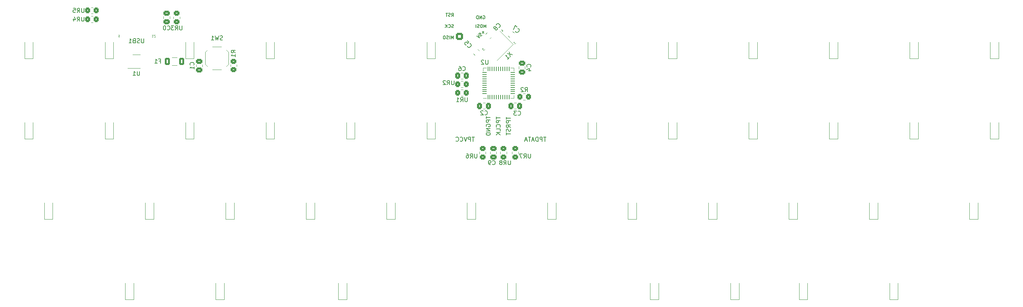
<source format=gbo>
%TF.GenerationSoftware,KiCad,Pcbnew,7.0.6*%
%TF.CreationDate,2023-09-02T22:40:38-04:00*%
%TF.ProjectId,Vault45_alpha,5661756c-7434-4355-9f61-6c7068612e6b,rev?*%
%TF.SameCoordinates,PX18faf56PY663131a*%
%TF.FileFunction,Legend,Bot*%
%TF.FilePolarity,Positive*%
%FSLAX46Y46*%
G04 Gerber Fmt 4.6, Leading zero omitted, Abs format (unit mm)*
G04 Created by KiCad (PCBNEW 7.0.6) date 2023-09-02 22:40:38*
%MOMM*%
%LPD*%
G01*
G04 APERTURE LIST*
G04 Aperture macros list*
%AMRoundRect*
0 Rectangle with rounded corners*
0 $1 Rounding radius*
0 $2 $3 $4 $5 $6 $7 $8 $9 X,Y pos of 4 corners*
0 Add a 4 corners polygon primitive as box body*
4,1,4,$2,$3,$4,$5,$6,$7,$8,$9,$2,$3,0*
0 Add four circle primitives for the rounded corners*
1,1,$1+$1,$2,$3*
1,1,$1+$1,$4,$5*
1,1,$1+$1,$6,$7*
1,1,$1+$1,$8,$9*
0 Add four rect primitives between the rounded corners*
20,1,$1+$1,$2,$3,$4,$5,0*
20,1,$1+$1,$4,$5,$6,$7,0*
20,1,$1+$1,$6,$7,$8,$9,0*
20,1,$1+$1,$8,$9,$2,$3,0*%
%AMRotRect*
0 Rectangle, with rotation*
0 The origin of the aperture is its center*
0 $1 length*
0 $2 width*
0 $3 Rotation angle, in degrees counterclockwise*
0 Add horizontal line*
21,1,$1,$2,0,0,$3*%
G04 Aperture macros list end*
%ADD10C,0.150000*%
%ADD11C,0.125000*%
%ADD12C,0.120000*%
%ADD13C,2.000000*%
%ADD14R,2.000000X2.000000*%
%ADD15O,2.800000X1.500000*%
%ADD16C,3.048000*%
%ADD17C,3.987800*%
%ADD18C,1.750000*%
%ADD19C,2.250000*%
%ADD20R,1.000000X1.000000*%
%ADD21C,1.397000*%
%ADD22R,1.200000X0.900000*%
%ADD23RoundRect,0.250000X-0.350000X-0.450000X0.350000X-0.450000X0.350000X0.450000X-0.350000X0.450000X0*%
%ADD24RotRect,2.100000X1.800000X225.000000*%
%ADD25RoundRect,0.250000X0.475000X-0.337500X0.475000X0.337500X-0.475000X0.337500X-0.475000X-0.337500X0*%
%ADD26RoundRect,0.250000X-0.337500X-0.475000X0.337500X-0.475000X0.337500X0.475000X-0.337500X0.475000X0*%
%ADD27RoundRect,0.250000X0.350000X0.450000X-0.350000X0.450000X-0.350000X-0.450000X0.350000X-0.450000X0*%
%ADD28RoundRect,0.062500X-0.475000X-0.062500X0.475000X-0.062500X0.475000X0.062500X-0.475000X0.062500X0*%
%ADD29RoundRect,0.062500X-0.062500X-0.475000X0.062500X-0.475000X0.062500X0.475000X-0.062500X0.475000X0*%
%ADD30R,5.200000X5.200000*%
%ADD31R,1.100000X1.800000*%
%ADD32RoundRect,0.250000X0.097227X-0.574524X0.574524X-0.097227X-0.097227X0.574524X-0.574524X0.097227X0*%
%ADD33RoundRect,0.250000X0.337500X0.475000X-0.337500X0.475000X-0.337500X-0.475000X0.337500X-0.475000X0*%
%ADD34RoundRect,0.250000X-0.450000X0.350000X-0.450000X-0.350000X0.450000X-0.350000X0.450000X0.350000X0*%
%ADD35RoundRect,0.250000X-0.475000X0.337500X-0.475000X-0.337500X0.475000X-0.337500X0.475000X0.337500X0*%
%ADD36C,0.650000*%
%ADD37R,0.600000X2.450000*%
%ADD38R,0.300000X2.450000*%
%ADD39RoundRect,0.250000X-0.600000X-0.600000X0.600000X-0.600000X0.600000X0.600000X-0.600000X0.600000X0*%
%ADD40C,1.700000*%
%ADD41R,1.560000X0.650000*%
%ADD42RoundRect,0.250000X0.574524X0.097227X0.097227X0.574524X-0.574524X-0.097227X-0.097227X-0.574524X0*%
%ADD43RoundRect,0.210527X-0.389473X-0.664473X0.389473X-0.664473X0.389473X0.664473X-0.389473X0.664473X0*%
%ADD44RoundRect,0.250000X0.450000X-0.350000X0.450000X0.350000X-0.450000X0.350000X-0.450000X-0.350000X0*%
G04 APERTURE END LIST*
D10*
X113165775Y70977396D02*
X113058633Y70941682D01*
X113058633Y70941682D02*
X112880061Y70941682D01*
X112880061Y70941682D02*
X112808633Y70977396D01*
X112808633Y70977396D02*
X112772918Y71013111D01*
X112772918Y71013111D02*
X112737204Y71084539D01*
X112737204Y71084539D02*
X112737204Y71155968D01*
X112737204Y71155968D02*
X112772918Y71227396D01*
X112772918Y71227396D02*
X112808633Y71263111D01*
X112808633Y71263111D02*
X112880061Y71298825D01*
X112880061Y71298825D02*
X113022918Y71334539D01*
X113022918Y71334539D02*
X113094347Y71370254D01*
X113094347Y71370254D02*
X113130061Y71405968D01*
X113130061Y71405968D02*
X113165775Y71477396D01*
X113165775Y71477396D02*
X113165775Y71548825D01*
X113165775Y71548825D02*
X113130061Y71620254D01*
X113130061Y71620254D02*
X113094347Y71655968D01*
X113094347Y71655968D02*
X113022918Y71691682D01*
X113022918Y71691682D02*
X112844347Y71691682D01*
X112844347Y71691682D02*
X112737204Y71655968D01*
X111987204Y71013111D02*
X112022918Y70977396D01*
X112022918Y70977396D02*
X112130061Y70941682D01*
X112130061Y70941682D02*
X112201489Y70941682D01*
X112201489Y70941682D02*
X112308632Y70977396D01*
X112308632Y70977396D02*
X112380061Y71048825D01*
X112380061Y71048825D02*
X112415775Y71120254D01*
X112415775Y71120254D02*
X112451489Y71263111D01*
X112451489Y71263111D02*
X112451489Y71370254D01*
X112451489Y71370254D02*
X112415775Y71513111D01*
X112415775Y71513111D02*
X112380061Y71584539D01*
X112380061Y71584539D02*
X112308632Y71655968D01*
X112308632Y71655968D02*
X112201489Y71691682D01*
X112201489Y71691682D02*
X112130061Y71691682D01*
X112130061Y71691682D02*
X112022918Y71655968D01*
X112022918Y71655968D02*
X111987204Y71620254D01*
X111665775Y70941682D02*
X111665775Y71691682D01*
X111237204Y70941682D02*
X111558632Y71370254D01*
X111237204Y71691682D02*
X111665775Y71263111D01*
X113130061Y68262769D02*
X113130061Y69012769D01*
X113130061Y69012769D02*
X112880061Y68477055D01*
X112880061Y68477055D02*
X112630061Y69012769D01*
X112630061Y69012769D02*
X112630061Y68262769D01*
X112272918Y68262769D02*
X112272918Y69012769D01*
X111951489Y68298483D02*
X111844347Y68262769D01*
X111844347Y68262769D02*
X111665775Y68262769D01*
X111665775Y68262769D02*
X111594347Y68298483D01*
X111594347Y68298483D02*
X111558632Y68334198D01*
X111558632Y68334198D02*
X111522918Y68405626D01*
X111522918Y68405626D02*
X111522918Y68477055D01*
X111522918Y68477055D02*
X111558632Y68548483D01*
X111558632Y68548483D02*
X111594347Y68584198D01*
X111594347Y68584198D02*
X111665775Y68619912D01*
X111665775Y68619912D02*
X111808632Y68655626D01*
X111808632Y68655626D02*
X111880061Y68691341D01*
X111880061Y68691341D02*
X111915775Y68727055D01*
X111915775Y68727055D02*
X111951489Y68798483D01*
X111951489Y68798483D02*
X111951489Y68869912D01*
X111951489Y68869912D02*
X111915775Y68941341D01*
X111915775Y68941341D02*
X111880061Y68977055D01*
X111880061Y68977055D02*
X111808632Y69012769D01*
X111808632Y69012769D02*
X111630061Y69012769D01*
X111630061Y69012769D02*
X111522918Y68977055D01*
X111058632Y69012769D02*
X110915775Y69012769D01*
X110915775Y69012769D02*
X110844346Y68977055D01*
X110844346Y68977055D02*
X110772918Y68905626D01*
X110772918Y68905626D02*
X110737203Y68762769D01*
X110737203Y68762769D02*
X110737203Y68512769D01*
X110737203Y68512769D02*
X110772918Y68369912D01*
X110772918Y68369912D02*
X110844346Y68298483D01*
X110844346Y68298483D02*
X110915775Y68262769D01*
X110915775Y68262769D02*
X111058632Y68262769D01*
X111058632Y68262769D02*
X111130061Y68298483D01*
X111130061Y68298483D02*
X111201489Y68369912D01*
X111201489Y68369912D02*
X111237203Y68512769D01*
X111237203Y68512769D02*
X111237203Y68762769D01*
X111237203Y68762769D02*
X111201489Y68905626D01*
X111201489Y68905626D02*
X111130061Y68977055D01*
X111130061Y68977055D02*
X111058632Y69012769D01*
X120380244Y70025525D02*
X119976183Y69621464D01*
X120380244Y69621464D02*
X119976183Y70025525D01*
X119142807Y69444687D02*
X119395346Y69697225D01*
X119395346Y69697225D02*
X119673138Y69469941D01*
X119673138Y69469941D02*
X119622630Y69469941D01*
X119622630Y69469941D02*
X119546869Y69444687D01*
X119546869Y69444687D02*
X119420599Y69318418D01*
X119420599Y69318418D02*
X119395346Y69242657D01*
X119395346Y69242657D02*
X119395346Y69192149D01*
X119395346Y69192149D02*
X119420599Y69116388D01*
X119420599Y69116388D02*
X119546869Y68990118D01*
X119546869Y68990118D02*
X119622630Y68964865D01*
X119622630Y68964865D02*
X119673138Y68964865D01*
X119673138Y68964865D02*
X119748899Y68990118D01*
X119748899Y68990118D02*
X119875168Y69116388D01*
X119875168Y69116388D02*
X119900422Y69192149D01*
X119900422Y69192149D02*
X119900422Y69242657D01*
X118966031Y69267910D02*
X119319584Y68560803D01*
X119319584Y68560803D02*
X118612477Y68914357D01*
X112701490Y73620595D02*
X112951490Y73977738D01*
X113130061Y73620595D02*
X113130061Y74370595D01*
X113130061Y74370595D02*
X112844347Y74370595D01*
X112844347Y74370595D02*
X112772918Y74334881D01*
X112772918Y74334881D02*
X112737204Y74299167D01*
X112737204Y74299167D02*
X112701490Y74227738D01*
X112701490Y74227738D02*
X112701490Y74120595D01*
X112701490Y74120595D02*
X112737204Y74049167D01*
X112737204Y74049167D02*
X112772918Y74013452D01*
X112772918Y74013452D02*
X112844347Y73977738D01*
X112844347Y73977738D02*
X113130061Y73977738D01*
X112415775Y73656309D02*
X112308633Y73620595D01*
X112308633Y73620595D02*
X112130061Y73620595D01*
X112130061Y73620595D02*
X112058633Y73656309D01*
X112058633Y73656309D02*
X112022918Y73692024D01*
X112022918Y73692024D02*
X111987204Y73763452D01*
X111987204Y73763452D02*
X111987204Y73834881D01*
X111987204Y73834881D02*
X112022918Y73906309D01*
X112022918Y73906309D02*
X112058633Y73942024D01*
X112058633Y73942024D02*
X112130061Y73977738D01*
X112130061Y73977738D02*
X112272918Y74013452D01*
X112272918Y74013452D02*
X112344347Y74049167D01*
X112344347Y74049167D02*
X112380061Y74084881D01*
X112380061Y74084881D02*
X112415775Y74156309D01*
X112415775Y74156309D02*
X112415775Y74227738D01*
X112415775Y74227738D02*
X112380061Y74299167D01*
X112380061Y74299167D02*
X112344347Y74334881D01*
X112344347Y74334881D02*
X112272918Y74370595D01*
X112272918Y74370595D02*
X112094347Y74370595D01*
X112094347Y74370595D02*
X111987204Y74334881D01*
X111772918Y74370595D02*
X111344347Y74370595D01*
X111558632Y73620595D02*
X111558632Y74370595D01*
X120178629Y73739567D02*
X120250058Y73775281D01*
X120250058Y73775281D02*
X120357200Y73775281D01*
X120357200Y73775281D02*
X120464343Y73739567D01*
X120464343Y73739567D02*
X120535772Y73668138D01*
X120535772Y73668138D02*
X120571486Y73596710D01*
X120571486Y73596710D02*
X120607200Y73453853D01*
X120607200Y73453853D02*
X120607200Y73346710D01*
X120607200Y73346710D02*
X120571486Y73203853D01*
X120571486Y73203853D02*
X120535772Y73132424D01*
X120535772Y73132424D02*
X120464343Y73060995D01*
X120464343Y73060995D02*
X120357200Y73025281D01*
X120357200Y73025281D02*
X120285772Y73025281D01*
X120285772Y73025281D02*
X120178629Y73060995D01*
X120178629Y73060995D02*
X120142915Y73096710D01*
X120142915Y73096710D02*
X120142915Y73346710D01*
X120142915Y73346710D02*
X120285772Y73346710D01*
X119821486Y73025281D02*
X119821486Y73775281D01*
X119821486Y73775281D02*
X119392915Y73025281D01*
X119392915Y73025281D02*
X119392915Y73775281D01*
X119035772Y73025281D02*
X119035772Y73775281D01*
X119035772Y73775281D02*
X118857201Y73775281D01*
X118857201Y73775281D02*
X118750058Y73739567D01*
X118750058Y73739567D02*
X118678629Y73668138D01*
X118678629Y73668138D02*
X118642915Y73596710D01*
X118642915Y73596710D02*
X118607201Y73453853D01*
X118607201Y73453853D02*
X118607201Y73346710D01*
X118607201Y73346710D02*
X118642915Y73203853D01*
X118642915Y73203853D02*
X118678629Y73132424D01*
X118678629Y73132424D02*
X118750058Y73060995D01*
X118750058Y73060995D02*
X118857201Y73025281D01*
X118857201Y73025281D02*
X119035772Y73025281D01*
X120869143Y70941682D02*
X120869143Y71691682D01*
X120869143Y71691682D02*
X120619143Y71155968D01*
X120619143Y71155968D02*
X120369143Y71691682D01*
X120369143Y71691682D02*
X120369143Y70941682D01*
X119869143Y71691682D02*
X119726286Y71691682D01*
X119726286Y71691682D02*
X119654857Y71655968D01*
X119654857Y71655968D02*
X119583429Y71584539D01*
X119583429Y71584539D02*
X119547714Y71441682D01*
X119547714Y71441682D02*
X119547714Y71191682D01*
X119547714Y71191682D02*
X119583429Y71048825D01*
X119583429Y71048825D02*
X119654857Y70977396D01*
X119654857Y70977396D02*
X119726286Y70941682D01*
X119726286Y70941682D02*
X119869143Y70941682D01*
X119869143Y70941682D02*
X119940572Y70977396D01*
X119940572Y70977396D02*
X120012000Y71048825D01*
X120012000Y71048825D02*
X120047714Y71191682D01*
X120047714Y71191682D02*
X120047714Y71441682D01*
X120047714Y71441682D02*
X120012000Y71584539D01*
X120012000Y71584539D02*
X119940572Y71655968D01*
X119940572Y71655968D02*
X119869143Y71691682D01*
X119262000Y70977396D02*
X119154858Y70941682D01*
X119154858Y70941682D02*
X118976286Y70941682D01*
X118976286Y70941682D02*
X118904858Y70977396D01*
X118904858Y70977396D02*
X118869143Y71013111D01*
X118869143Y71013111D02*
X118833429Y71084539D01*
X118833429Y71084539D02*
X118833429Y71155968D01*
X118833429Y71155968D02*
X118869143Y71227396D01*
X118869143Y71227396D02*
X118904858Y71263111D01*
X118904858Y71263111D02*
X118976286Y71298825D01*
X118976286Y71298825D02*
X119119143Y71334539D01*
X119119143Y71334539D02*
X119190572Y71370254D01*
X119190572Y71370254D02*
X119226286Y71405968D01*
X119226286Y71405968D02*
X119262000Y71477396D01*
X119262000Y71477396D02*
X119262000Y71548825D01*
X119262000Y71548825D02*
X119226286Y71620254D01*
X119226286Y71620254D02*
X119190572Y71655968D01*
X119190572Y71655968D02*
X119119143Y71691682D01*
X119119143Y71691682D02*
X118940572Y71691682D01*
X118940572Y71691682D02*
X118833429Y71655968D01*
X118512000Y70941682D02*
X118512000Y71691682D01*
X123279819Y49815206D02*
X123279819Y49243778D01*
X124279819Y49529492D02*
X123279819Y49529492D01*
X124279819Y48910444D02*
X123279819Y48910444D01*
X123279819Y48910444D02*
X123279819Y48529492D01*
X123279819Y48529492D02*
X123327438Y48434254D01*
X123327438Y48434254D02*
X123375057Y48386635D01*
X123375057Y48386635D02*
X123470295Y48339016D01*
X123470295Y48339016D02*
X123613152Y48339016D01*
X123613152Y48339016D02*
X123708390Y48386635D01*
X123708390Y48386635D02*
X123756009Y48434254D01*
X123756009Y48434254D02*
X123803628Y48529492D01*
X123803628Y48529492D02*
X123803628Y48910444D01*
X124184580Y47339016D02*
X124232200Y47386635D01*
X124232200Y47386635D02*
X124279819Y47529492D01*
X124279819Y47529492D02*
X124279819Y47624730D01*
X124279819Y47624730D02*
X124232200Y47767587D01*
X124232200Y47767587D02*
X124136961Y47862825D01*
X124136961Y47862825D02*
X124041723Y47910444D01*
X124041723Y47910444D02*
X123851247Y47958063D01*
X123851247Y47958063D02*
X123708390Y47958063D01*
X123708390Y47958063D02*
X123517914Y47910444D01*
X123517914Y47910444D02*
X123422676Y47862825D01*
X123422676Y47862825D02*
X123327438Y47767587D01*
X123327438Y47767587D02*
X123279819Y47624730D01*
X123279819Y47624730D02*
X123279819Y47529492D01*
X123279819Y47529492D02*
X123327438Y47386635D01*
X123327438Y47386635D02*
X123375057Y47339016D01*
X124279819Y46434254D02*
X124279819Y46910444D01*
X124279819Y46910444D02*
X123279819Y46910444D01*
X124279819Y46100920D02*
X123279819Y46100920D01*
X124279819Y45529492D02*
X123708390Y45958063D01*
X123279819Y45529492D02*
X123851247Y46100920D01*
X120898569Y49934254D02*
X120898569Y49362826D01*
X121898569Y49648540D02*
X120898569Y49648540D01*
X121898569Y49029492D02*
X120898569Y49029492D01*
X120898569Y49029492D02*
X120898569Y48648540D01*
X120898569Y48648540D02*
X120946188Y48553302D01*
X120946188Y48553302D02*
X120993807Y48505683D01*
X120993807Y48505683D02*
X121089045Y48458064D01*
X121089045Y48458064D02*
X121231902Y48458064D01*
X121231902Y48458064D02*
X121327140Y48505683D01*
X121327140Y48505683D02*
X121374759Y48553302D01*
X121374759Y48553302D02*
X121422378Y48648540D01*
X121422378Y48648540D02*
X121422378Y49029492D01*
X120946188Y47505683D02*
X120898569Y47600921D01*
X120898569Y47600921D02*
X120898569Y47743778D01*
X120898569Y47743778D02*
X120946188Y47886635D01*
X120946188Y47886635D02*
X121041426Y47981873D01*
X121041426Y47981873D02*
X121136664Y48029492D01*
X121136664Y48029492D02*
X121327140Y48077111D01*
X121327140Y48077111D02*
X121469997Y48077111D01*
X121469997Y48077111D02*
X121660473Y48029492D01*
X121660473Y48029492D02*
X121755711Y47981873D01*
X121755711Y47981873D02*
X121850950Y47886635D01*
X121850950Y47886635D02*
X121898569Y47743778D01*
X121898569Y47743778D02*
X121898569Y47648540D01*
X121898569Y47648540D02*
X121850950Y47505683D01*
X121850950Y47505683D02*
X121803330Y47458064D01*
X121803330Y47458064D02*
X121469997Y47458064D01*
X121469997Y47458064D02*
X121469997Y47648540D01*
X121898569Y47029492D02*
X120898569Y47029492D01*
X120898569Y47029492D02*
X121898569Y46458064D01*
X121898569Y46458064D02*
X120898569Y46458064D01*
X121898569Y45981873D02*
X120898569Y45981873D01*
X120898569Y45981873D02*
X120898569Y45743778D01*
X120898569Y45743778D02*
X120946188Y45600921D01*
X120946188Y45600921D02*
X121041426Y45505683D01*
X121041426Y45505683D02*
X121136664Y45458064D01*
X121136664Y45458064D02*
X121327140Y45410445D01*
X121327140Y45410445D02*
X121469997Y45410445D01*
X121469997Y45410445D02*
X121660473Y45458064D01*
X121660473Y45458064D02*
X121755711Y45505683D01*
X121755711Y45505683D02*
X121850950Y45600921D01*
X121850950Y45600921D02*
X121898569Y45743778D01*
X121898569Y45743778D02*
X121898569Y45981873D01*
X118101785Y44994911D02*
X117530357Y44994911D01*
X117816071Y43994911D02*
X117816071Y44994911D01*
X117197023Y43994911D02*
X117197023Y44994911D01*
X117197023Y44994911D02*
X116816071Y44994911D01*
X116816071Y44994911D02*
X116720833Y44947292D01*
X116720833Y44947292D02*
X116673214Y44899673D01*
X116673214Y44899673D02*
X116625595Y44804435D01*
X116625595Y44804435D02*
X116625595Y44661578D01*
X116625595Y44661578D02*
X116673214Y44566340D01*
X116673214Y44566340D02*
X116720833Y44518721D01*
X116720833Y44518721D02*
X116816071Y44471102D01*
X116816071Y44471102D02*
X117197023Y44471102D01*
X116339880Y44994911D02*
X116006547Y43994911D01*
X116006547Y43994911D02*
X115673214Y44994911D01*
X114768452Y44090150D02*
X114816071Y44042530D01*
X114816071Y44042530D02*
X114958928Y43994911D01*
X114958928Y43994911D02*
X115054166Y43994911D01*
X115054166Y43994911D02*
X115197023Y44042530D01*
X115197023Y44042530D02*
X115292261Y44137769D01*
X115292261Y44137769D02*
X115339880Y44233007D01*
X115339880Y44233007D02*
X115387499Y44423483D01*
X115387499Y44423483D02*
X115387499Y44566340D01*
X115387499Y44566340D02*
X115339880Y44756816D01*
X115339880Y44756816D02*
X115292261Y44852054D01*
X115292261Y44852054D02*
X115197023Y44947292D01*
X115197023Y44947292D02*
X115054166Y44994911D01*
X115054166Y44994911D02*
X114958928Y44994911D01*
X114958928Y44994911D02*
X114816071Y44947292D01*
X114816071Y44947292D02*
X114768452Y44899673D01*
X113768452Y44090150D02*
X113816071Y44042530D01*
X113816071Y44042530D02*
X113958928Y43994911D01*
X113958928Y43994911D02*
X114054166Y43994911D01*
X114054166Y43994911D02*
X114197023Y44042530D01*
X114197023Y44042530D02*
X114292261Y44137769D01*
X114292261Y44137769D02*
X114339880Y44233007D01*
X114339880Y44233007D02*
X114387499Y44423483D01*
X114387499Y44423483D02*
X114387499Y44566340D01*
X114387499Y44566340D02*
X114339880Y44756816D01*
X114339880Y44756816D02*
X114292261Y44852054D01*
X114292261Y44852054D02*
X114197023Y44947292D01*
X114197023Y44947292D02*
X114054166Y44994911D01*
X114054166Y44994911D02*
X113958928Y44994911D01*
X113958928Y44994911D02*
X113816071Y44947292D01*
X113816071Y44947292D02*
X113768452Y44899673D01*
X125661069Y49767587D02*
X125661069Y49196159D01*
X126661069Y49481873D02*
X125661069Y49481873D01*
X126661069Y48862825D02*
X125661069Y48862825D01*
X125661069Y48862825D02*
X125661069Y48481873D01*
X125661069Y48481873D02*
X125708688Y48386635D01*
X125708688Y48386635D02*
X125756307Y48339016D01*
X125756307Y48339016D02*
X125851545Y48291397D01*
X125851545Y48291397D02*
X125994402Y48291397D01*
X125994402Y48291397D02*
X126089640Y48339016D01*
X126089640Y48339016D02*
X126137259Y48386635D01*
X126137259Y48386635D02*
X126184878Y48481873D01*
X126184878Y48481873D02*
X126184878Y48862825D01*
X126661069Y47291397D02*
X126184878Y47624730D01*
X126661069Y47862825D02*
X125661069Y47862825D01*
X125661069Y47862825D02*
X125661069Y47481873D01*
X125661069Y47481873D02*
X125708688Y47386635D01*
X125708688Y47386635D02*
X125756307Y47339016D01*
X125756307Y47339016D02*
X125851545Y47291397D01*
X125851545Y47291397D02*
X125994402Y47291397D01*
X125994402Y47291397D02*
X126089640Y47339016D01*
X126089640Y47339016D02*
X126137259Y47386635D01*
X126137259Y47386635D02*
X126184878Y47481873D01*
X126184878Y47481873D02*
X126184878Y47862825D01*
X126613450Y46910444D02*
X126661069Y46767587D01*
X126661069Y46767587D02*
X126661069Y46529492D01*
X126661069Y46529492D02*
X126613450Y46434254D01*
X126613450Y46434254D02*
X126565830Y46386635D01*
X126565830Y46386635D02*
X126470592Y46339016D01*
X126470592Y46339016D02*
X126375354Y46339016D01*
X126375354Y46339016D02*
X126280116Y46386635D01*
X126280116Y46386635D02*
X126232497Y46434254D01*
X126232497Y46434254D02*
X126184878Y46529492D01*
X126184878Y46529492D02*
X126137259Y46719968D01*
X126137259Y46719968D02*
X126089640Y46815206D01*
X126089640Y46815206D02*
X126042021Y46862825D01*
X126042021Y46862825D02*
X125946783Y46910444D01*
X125946783Y46910444D02*
X125851545Y46910444D01*
X125851545Y46910444D02*
X125756307Y46862825D01*
X125756307Y46862825D02*
X125708688Y46815206D01*
X125708688Y46815206D02*
X125661069Y46719968D01*
X125661069Y46719968D02*
X125661069Y46481873D01*
X125661069Y46481873D02*
X125708688Y46339016D01*
X125661069Y46053301D02*
X125661069Y45481873D01*
X126661069Y45767587D02*
X125661069Y45767587D01*
X135080059Y44994911D02*
X134508631Y44994911D01*
X134794345Y43994911D02*
X134794345Y44994911D01*
X134175297Y43994911D02*
X134175297Y44994911D01*
X134175297Y44994911D02*
X133794345Y44994911D01*
X133794345Y44994911D02*
X133699107Y44947292D01*
X133699107Y44947292D02*
X133651488Y44899673D01*
X133651488Y44899673D02*
X133603869Y44804435D01*
X133603869Y44804435D02*
X133603869Y44661578D01*
X133603869Y44661578D02*
X133651488Y44566340D01*
X133651488Y44566340D02*
X133699107Y44518721D01*
X133699107Y44518721D02*
X133794345Y44471102D01*
X133794345Y44471102D02*
X134175297Y44471102D01*
X133175297Y43994911D02*
X133175297Y44994911D01*
X133175297Y44994911D02*
X132937202Y44994911D01*
X132937202Y44994911D02*
X132794345Y44947292D01*
X132794345Y44947292D02*
X132699107Y44852054D01*
X132699107Y44852054D02*
X132651488Y44756816D01*
X132651488Y44756816D02*
X132603869Y44566340D01*
X132603869Y44566340D02*
X132603869Y44423483D01*
X132603869Y44423483D02*
X132651488Y44233007D01*
X132651488Y44233007D02*
X132699107Y44137769D01*
X132699107Y44137769D02*
X132794345Y44042530D01*
X132794345Y44042530D02*
X132937202Y43994911D01*
X132937202Y43994911D02*
X133175297Y43994911D01*
X132222916Y44280626D02*
X131746726Y44280626D01*
X132318154Y43994911D02*
X131984821Y44994911D01*
X131984821Y44994911D02*
X131651488Y43994911D01*
X131461011Y44994911D02*
X130889583Y44994911D01*
X131175297Y43994911D02*
X131175297Y44994911D01*
X130603868Y44280626D02*
X130127678Y44280626D01*
X130699106Y43994911D02*
X130365773Y44994911D01*
X130365773Y44994911D02*
X130032440Y43994911D01*
X113280163Y58397908D02*
X113280163Y57588385D01*
X113280163Y57588385D02*
X113232544Y57493147D01*
X113232544Y57493147D02*
X113184925Y57445527D01*
X113184925Y57445527D02*
X113089687Y57397908D01*
X113089687Y57397908D02*
X112899211Y57397908D01*
X112899211Y57397908D02*
X112803973Y57445527D01*
X112803973Y57445527D02*
X112756354Y57493147D01*
X112756354Y57493147D02*
X112708735Y57588385D01*
X112708735Y57588385D02*
X112708735Y58397908D01*
X111661116Y57397908D02*
X111994449Y57874099D01*
X112232544Y57397908D02*
X112232544Y58397908D01*
X112232544Y58397908D02*
X111851592Y58397908D01*
X111851592Y58397908D02*
X111756354Y58350289D01*
X111756354Y58350289D02*
X111708735Y58302670D01*
X111708735Y58302670D02*
X111661116Y58207432D01*
X111661116Y58207432D02*
X111661116Y58064575D01*
X111661116Y58064575D02*
X111708735Y57969337D01*
X111708735Y57969337D02*
X111756354Y57921718D01*
X111756354Y57921718D02*
X111851592Y57874099D01*
X111851592Y57874099D02*
X112232544Y57874099D01*
X111280163Y58302670D02*
X111232544Y58350289D01*
X111232544Y58350289D02*
X111137306Y58397908D01*
X111137306Y58397908D02*
X110899211Y58397908D01*
X110899211Y58397908D02*
X110803973Y58350289D01*
X110803973Y58350289D02*
X110756354Y58302670D01*
X110756354Y58302670D02*
X110708735Y58207432D01*
X110708735Y58207432D02*
X110708735Y58112194D01*
X110708735Y58112194D02*
X110756354Y57969337D01*
X110756354Y57969337D02*
X111327782Y57397908D01*
X111327782Y57397908D02*
X110708735Y57397908D01*
X126393168Y65251401D02*
X126628870Y64072890D01*
X125921764Y64779997D02*
X127100275Y64544295D01*
X125989107Y63433127D02*
X126393168Y63837188D01*
X126191138Y63635157D02*
X125484031Y64342264D01*
X125484031Y64342264D02*
X125652390Y64308592D01*
X125652390Y64308592D02*
X125787077Y64308592D01*
X125787077Y64308592D02*
X125888092Y64342264D01*
D11*
X120176689Y66094368D02*
X119957823Y65875501D01*
X119957823Y65875501D02*
X120210361Y65858665D01*
X120210361Y65858665D02*
X120159854Y65808158D01*
X120159854Y65808158D02*
X120143018Y65757650D01*
X120143018Y65757650D02*
X120143018Y65723978D01*
X120143018Y65723978D02*
X120159854Y65673471D01*
X120159854Y65673471D02*
X120244033Y65589291D01*
X120244033Y65589291D02*
X120294541Y65572455D01*
X120294541Y65572455D02*
X120328212Y65572455D01*
X120328212Y65572455D02*
X120378720Y65589291D01*
X120378720Y65589291D02*
X120479735Y65690306D01*
X120479735Y65690306D02*
X120496571Y65740814D01*
X120496571Y65740814D02*
X120496571Y65774486D01*
X124574201Y70256177D02*
X124809903Y70020474D01*
X124523693Y70475043D02*
X124860411Y70306684D01*
X124860411Y70306684D02*
X124641544Y70087818D01*
X127636187Y67078474D02*
X127838218Y67280504D01*
X127737203Y67179489D02*
X127383649Y67533042D01*
X127383649Y67533042D02*
X127467829Y67516207D01*
X127467829Y67516207D02*
X127535172Y67516207D01*
X127535172Y67516207D02*
X127585680Y67533042D01*
D10*
X45410476Y70482577D02*
X45458095Y70434957D01*
X45458095Y70434957D02*
X45600952Y70387338D01*
X45600952Y70387338D02*
X45696190Y70387338D01*
X45696190Y70387338D02*
X45839047Y70434957D01*
X45839047Y70434957D02*
X45934285Y70530196D01*
X45934285Y70530196D02*
X45981904Y70625434D01*
X45981904Y70625434D02*
X46029523Y70815910D01*
X46029523Y70815910D02*
X46029523Y70958767D01*
X46029523Y70958767D02*
X45981904Y71149243D01*
X45981904Y71149243D02*
X45934285Y71244481D01*
X45934285Y71244481D02*
X45839047Y71339719D01*
X45839047Y71339719D02*
X45696190Y71387338D01*
X45696190Y71387338D02*
X45600952Y71387338D01*
X45600952Y71387338D02*
X45458095Y71339719D01*
X45458095Y71339719D02*
X45410476Y71292100D01*
X44791428Y71387338D02*
X44696190Y71387338D01*
X44696190Y71387338D02*
X44600952Y71339719D01*
X44600952Y71339719D02*
X44553333Y71292100D01*
X44553333Y71292100D02*
X44505714Y71196862D01*
X44505714Y71196862D02*
X44458095Y71006386D01*
X44458095Y71006386D02*
X44458095Y70768291D01*
X44458095Y70768291D02*
X44505714Y70577815D01*
X44505714Y70577815D02*
X44553333Y70482577D01*
X44553333Y70482577D02*
X44600952Y70434957D01*
X44600952Y70434957D02*
X44696190Y70387338D01*
X44696190Y70387338D02*
X44791428Y70387338D01*
X44791428Y70387338D02*
X44886666Y70434957D01*
X44886666Y70434957D02*
X44934285Y70482577D01*
X44934285Y70482577D02*
X44981904Y70577815D01*
X44981904Y70577815D02*
X45029523Y70768291D01*
X45029523Y70768291D02*
X45029523Y71006386D01*
X45029523Y71006386D02*
X44981904Y71196862D01*
X44981904Y71196862D02*
X44934285Y71292100D01*
X44934285Y71292100D02*
X44886666Y71339719D01*
X44886666Y71339719D02*
X44791428Y71387338D01*
X120572916Y50347650D02*
X120620535Y50300030D01*
X120620535Y50300030D02*
X120763392Y50252411D01*
X120763392Y50252411D02*
X120858630Y50252411D01*
X120858630Y50252411D02*
X121001487Y50300030D01*
X121001487Y50300030D02*
X121096725Y50395269D01*
X121096725Y50395269D02*
X121144344Y50490507D01*
X121144344Y50490507D02*
X121191963Y50680983D01*
X121191963Y50680983D02*
X121191963Y50823840D01*
X121191963Y50823840D02*
X121144344Y51014316D01*
X121144344Y51014316D02*
X121096725Y51109554D01*
X121096725Y51109554D02*
X121001487Y51204792D01*
X121001487Y51204792D02*
X120858630Y51252411D01*
X120858630Y51252411D02*
X120763392Y51252411D01*
X120763392Y51252411D02*
X120620535Y51204792D01*
X120620535Y51204792D02*
X120572916Y51157173D01*
X120191963Y51157173D02*
X120144344Y51204792D01*
X120144344Y51204792D02*
X120049106Y51252411D01*
X120049106Y51252411D02*
X119811011Y51252411D01*
X119811011Y51252411D02*
X119715773Y51204792D01*
X119715773Y51204792D02*
X119668154Y51157173D01*
X119668154Y51157173D02*
X119620535Y51061935D01*
X119620535Y51061935D02*
X119620535Y50966697D01*
X119620535Y50966697D02*
X119668154Y50823840D01*
X119668154Y50823840D02*
X120239582Y50252411D01*
X120239582Y50252411D02*
X119620535Y50252411D01*
X130090457Y55752576D02*
X130423790Y56228767D01*
X130661885Y55752576D02*
X130661885Y56752576D01*
X130661885Y56752576D02*
X130280933Y56752576D01*
X130280933Y56752576D02*
X130185695Y56704957D01*
X130185695Y56704957D02*
X130138076Y56657338D01*
X130138076Y56657338D02*
X130090457Y56562100D01*
X130090457Y56562100D02*
X130090457Y56419243D01*
X130090457Y56419243D02*
X130138076Y56324005D01*
X130138076Y56324005D02*
X130185695Y56276386D01*
X130185695Y56276386D02*
X130280933Y56228767D01*
X130280933Y56228767D02*
X130661885Y56228767D01*
X129709504Y56657338D02*
X129661885Y56704957D01*
X129661885Y56704957D02*
X129566647Y56752576D01*
X129566647Y56752576D02*
X129328552Y56752576D01*
X129328552Y56752576D02*
X129233314Y56704957D01*
X129233314Y56704957D02*
X129185695Y56657338D01*
X129185695Y56657338D02*
X129138076Y56562100D01*
X129138076Y56562100D02*
X129138076Y56466862D01*
X129138076Y56466862D02*
X129185695Y56324005D01*
X129185695Y56324005D02*
X129757123Y55752576D01*
X129757123Y55752576D02*
X129138076Y55752576D01*
X121339404Y63251161D02*
X121339404Y62441638D01*
X121339404Y62441638D02*
X121291785Y62346400D01*
X121291785Y62346400D02*
X121244166Y62298780D01*
X121244166Y62298780D02*
X121148928Y62251161D01*
X121148928Y62251161D02*
X120958452Y62251161D01*
X120958452Y62251161D02*
X120863214Y62298780D01*
X120863214Y62298780D02*
X120815595Y62346400D01*
X120815595Y62346400D02*
X120767976Y62441638D01*
X120767976Y62441638D02*
X120767976Y63251161D01*
X120339404Y63155923D02*
X120291785Y63203542D01*
X120291785Y63203542D02*
X120196547Y63251161D01*
X120196547Y63251161D02*
X119958452Y63251161D01*
X119958452Y63251161D02*
X119863214Y63203542D01*
X119863214Y63203542D02*
X119815595Y63155923D01*
X119815595Y63155923D02*
X119767976Y63060685D01*
X119767976Y63060685D02*
X119767976Y62965447D01*
X119767976Y62965447D02*
X119815595Y62822590D01*
X119815595Y62822590D02*
X120387023Y62251161D01*
X120387023Y62251161D02*
X119767976Y62251161D01*
X58483332Y68053521D02*
X58340475Y68005902D01*
X58340475Y68005902D02*
X58102380Y68005902D01*
X58102380Y68005902D02*
X58007142Y68053521D01*
X58007142Y68053521D02*
X57959523Y68101141D01*
X57959523Y68101141D02*
X57911904Y68196379D01*
X57911904Y68196379D02*
X57911904Y68291617D01*
X57911904Y68291617D02*
X57959523Y68386855D01*
X57959523Y68386855D02*
X58007142Y68434474D01*
X58007142Y68434474D02*
X58102380Y68482093D01*
X58102380Y68482093D02*
X58292856Y68529712D01*
X58292856Y68529712D02*
X58388094Y68577331D01*
X58388094Y68577331D02*
X58435713Y68624950D01*
X58435713Y68624950D02*
X58483332Y68720188D01*
X58483332Y68720188D02*
X58483332Y68815426D01*
X58483332Y68815426D02*
X58435713Y68910664D01*
X58435713Y68910664D02*
X58388094Y68958283D01*
X58388094Y68958283D02*
X58292856Y69005902D01*
X58292856Y69005902D02*
X58054761Y69005902D01*
X58054761Y69005902D02*
X57911904Y68958283D01*
X57578570Y69005902D02*
X57340475Y68005902D01*
X57340475Y68005902D02*
X57149999Y68720188D01*
X57149999Y68720188D02*
X56959523Y68005902D01*
X56959523Y68005902D02*
X56721428Y69005902D01*
X55816666Y68005902D02*
X56388094Y68005902D01*
X56102380Y68005902D02*
X56102380Y69005902D01*
X56102380Y69005902D02*
X56197618Y68863045D01*
X56197618Y68863045D02*
X56292856Y68767807D01*
X56292856Y68767807D02*
X56388094Y68720188D01*
X123899766Y71003342D02*
X123967110Y71003342D01*
X123967110Y71003342D02*
X124101797Y71070686D01*
X124101797Y71070686D02*
X124169140Y71138029D01*
X124169140Y71138029D02*
X124236484Y71272716D01*
X124236484Y71272716D02*
X124236484Y71407403D01*
X124236484Y71407403D02*
X124202812Y71508418D01*
X124202812Y71508418D02*
X124101797Y71676777D01*
X124101797Y71676777D02*
X124000782Y71777792D01*
X124000782Y71777792D02*
X123832423Y71878808D01*
X123832423Y71878808D02*
X123731408Y71912479D01*
X123731408Y71912479D02*
X123596721Y71912479D01*
X123596721Y71912479D02*
X123462034Y71845136D01*
X123462034Y71845136D02*
X123394690Y71777792D01*
X123394690Y71777792D02*
X123327347Y71643105D01*
X123327347Y71643105D02*
X123327347Y71575762D01*
X123158988Y70935999D02*
X123192660Y71037014D01*
X123192660Y71037014D02*
X123192660Y71104357D01*
X123192660Y71104357D02*
X123158988Y71205373D01*
X123158988Y71205373D02*
X123125316Y71239044D01*
X123125316Y71239044D02*
X123024301Y71272716D01*
X123024301Y71272716D02*
X122956957Y71272716D01*
X122956957Y71272716D02*
X122855942Y71239044D01*
X122855942Y71239044D02*
X122721255Y71104357D01*
X122721255Y71104357D02*
X122687583Y71003342D01*
X122687583Y71003342D02*
X122687583Y70935999D01*
X122687583Y70935999D02*
X122721255Y70834983D01*
X122721255Y70834983D02*
X122754927Y70801312D01*
X122754927Y70801312D02*
X122855942Y70767640D01*
X122855942Y70767640D02*
X122923286Y70767640D01*
X122923286Y70767640D02*
X123024301Y70801312D01*
X123024301Y70801312D02*
X123158988Y70935999D01*
X123158988Y70935999D02*
X123260003Y70969670D01*
X123260003Y70969670D02*
X123327347Y70969670D01*
X123327347Y70969670D02*
X123428362Y70935999D01*
X123428362Y70935999D02*
X123563049Y70801312D01*
X123563049Y70801312D02*
X123596721Y70700296D01*
X123596721Y70700296D02*
X123596721Y70632953D01*
X123596721Y70632953D02*
X123563049Y70531938D01*
X123563049Y70531938D02*
X123428362Y70397251D01*
X123428362Y70397251D02*
X123327347Y70363579D01*
X123327347Y70363579D02*
X123260003Y70363579D01*
X123260003Y70363579D02*
X123158988Y70397251D01*
X123158988Y70397251D02*
X123024301Y70531938D01*
X123024301Y70531938D02*
X122990629Y70632953D01*
X122990629Y70632953D02*
X122990629Y70700296D01*
X122990629Y70700296D02*
X123024301Y70801312D01*
X115359925Y60851400D02*
X115407544Y60803780D01*
X115407544Y60803780D02*
X115550401Y60756161D01*
X115550401Y60756161D02*
X115645639Y60756161D01*
X115645639Y60756161D02*
X115788496Y60803780D01*
X115788496Y60803780D02*
X115883734Y60899019D01*
X115883734Y60899019D02*
X115931353Y60994257D01*
X115931353Y60994257D02*
X115978972Y61184733D01*
X115978972Y61184733D02*
X115978972Y61327590D01*
X115978972Y61327590D02*
X115931353Y61518066D01*
X115931353Y61518066D02*
X115883734Y61613304D01*
X115883734Y61613304D02*
X115788496Y61708542D01*
X115788496Y61708542D02*
X115645639Y61756161D01*
X115645639Y61756161D02*
X115550401Y61756161D01*
X115550401Y61756161D02*
X115407544Y61708542D01*
X115407544Y61708542D02*
X115359925Y61660923D01*
X114502782Y61756161D02*
X114693258Y61756161D01*
X114693258Y61756161D02*
X114788496Y61708542D01*
X114788496Y61708542D02*
X114836115Y61660923D01*
X114836115Y61660923D02*
X114931353Y61518066D01*
X114931353Y61518066D02*
X114978972Y61327590D01*
X114978972Y61327590D02*
X114978972Y60946638D01*
X114978972Y60946638D02*
X114931353Y60851400D01*
X114931353Y60851400D02*
X114883734Y60803780D01*
X114883734Y60803780D02*
X114788496Y60756161D01*
X114788496Y60756161D02*
X114598020Y60756161D01*
X114598020Y60756161D02*
X114502782Y60803780D01*
X114502782Y60803780D02*
X114455163Y60851400D01*
X114455163Y60851400D02*
X114407544Y60946638D01*
X114407544Y60946638D02*
X114407544Y61184733D01*
X114407544Y61184733D02*
X114455163Y61279971D01*
X114455163Y61279971D02*
X114502782Y61327590D01*
X114502782Y61327590D02*
X114598020Y61375209D01*
X114598020Y61375209D02*
X114788496Y61375209D01*
X114788496Y61375209D02*
X114883734Y61327590D01*
X114883734Y61327590D02*
X114931353Y61279971D01*
X114931353Y61279971D02*
X114978972Y61184733D01*
X48895101Y71387338D02*
X48895101Y70577815D01*
X48895101Y70577815D02*
X48847482Y70482577D01*
X48847482Y70482577D02*
X48799863Y70434957D01*
X48799863Y70434957D02*
X48704625Y70387338D01*
X48704625Y70387338D02*
X48514149Y70387338D01*
X48514149Y70387338D02*
X48418911Y70434957D01*
X48418911Y70434957D02*
X48371292Y70482577D01*
X48371292Y70482577D02*
X48323673Y70577815D01*
X48323673Y70577815D02*
X48323673Y71387338D01*
X47276054Y70387338D02*
X47609387Y70863529D01*
X47847482Y70387338D02*
X47847482Y71387338D01*
X47847482Y71387338D02*
X47466530Y71387338D01*
X47466530Y71387338D02*
X47371292Y71339719D01*
X47371292Y71339719D02*
X47323673Y71292100D01*
X47323673Y71292100D02*
X47276054Y71196862D01*
X47276054Y71196862D02*
X47276054Y71054005D01*
X47276054Y71054005D02*
X47323673Y70958767D01*
X47323673Y70958767D02*
X47371292Y70911148D01*
X47371292Y70911148D02*
X47466530Y70863529D01*
X47466530Y70863529D02*
X47847482Y70863529D01*
X46942720Y71387338D02*
X46323673Y71387338D01*
X46323673Y71387338D02*
X46657006Y71006386D01*
X46657006Y71006386D02*
X46514149Y71006386D01*
X46514149Y71006386D02*
X46418911Y70958767D01*
X46418911Y70958767D02*
X46371292Y70911148D01*
X46371292Y70911148D02*
X46323673Y70815910D01*
X46323673Y70815910D02*
X46323673Y70577815D01*
X46323673Y70577815D02*
X46371292Y70482577D01*
X46371292Y70482577D02*
X46418911Y70434957D01*
X46418911Y70434957D02*
X46514149Y70387338D01*
X46514149Y70387338D02*
X46799863Y70387338D01*
X46799863Y70387338D02*
X46895101Y70434957D01*
X46895101Y70434957D02*
X46942720Y70482577D01*
X131405129Y61620093D02*
X131452749Y61667712D01*
X131452749Y61667712D02*
X131500368Y61810569D01*
X131500368Y61810569D02*
X131500368Y61905807D01*
X131500368Y61905807D02*
X131452749Y62048664D01*
X131452749Y62048664D02*
X131357510Y62143902D01*
X131357510Y62143902D02*
X131262272Y62191521D01*
X131262272Y62191521D02*
X131071796Y62239140D01*
X131071796Y62239140D02*
X130928939Y62239140D01*
X130928939Y62239140D02*
X130738463Y62191521D01*
X130738463Y62191521D02*
X130643225Y62143902D01*
X130643225Y62143902D02*
X130547987Y62048664D01*
X130547987Y62048664D02*
X130500368Y61905807D01*
X130500368Y61905807D02*
X130500368Y61810569D01*
X130500368Y61810569D02*
X130547987Y61667712D01*
X130547987Y61667712D02*
X130595606Y61620093D01*
X130833701Y60762950D02*
X131500368Y60762950D01*
X130452749Y61001045D02*
X131167034Y61239140D01*
X131167034Y61239140D02*
X131167034Y60620093D01*
X51662437Y62078949D02*
X51710057Y62126568D01*
X51710057Y62126568D02*
X51757676Y62269425D01*
X51757676Y62269425D02*
X51757676Y62364663D01*
X51757676Y62364663D02*
X51710057Y62507520D01*
X51710057Y62507520D02*
X51614818Y62602758D01*
X51614818Y62602758D02*
X51519580Y62650377D01*
X51519580Y62650377D02*
X51329104Y62697996D01*
X51329104Y62697996D02*
X51186247Y62697996D01*
X51186247Y62697996D02*
X50995771Y62650377D01*
X50995771Y62650377D02*
X50900533Y62602758D01*
X50900533Y62602758D02*
X50805295Y62507520D01*
X50805295Y62507520D02*
X50757676Y62364663D01*
X50757676Y62364663D02*
X50757676Y62269425D01*
X50757676Y62269425D02*
X50805295Y62126568D01*
X50805295Y62126568D02*
X50852914Y62078949D01*
X51757676Y61126568D02*
X51757676Y61697996D01*
X51757676Y61412282D02*
X50757676Y61412282D01*
X50757676Y61412282D02*
X50900533Y61507520D01*
X50900533Y61507520D02*
X50995771Y61602758D01*
X50995771Y61602758D02*
X51043390Y61697996D01*
X25669759Y73470696D02*
X25669759Y72661173D01*
X25669759Y72661173D02*
X25622140Y72565935D01*
X25622140Y72565935D02*
X25574521Y72518315D01*
X25574521Y72518315D02*
X25479283Y72470696D01*
X25479283Y72470696D02*
X25288807Y72470696D01*
X25288807Y72470696D02*
X25193569Y72518315D01*
X25193569Y72518315D02*
X25145950Y72565935D01*
X25145950Y72565935D02*
X25098331Y72661173D01*
X25098331Y72661173D02*
X25098331Y73470696D01*
X24050712Y72470696D02*
X24384045Y72946887D01*
X24622140Y72470696D02*
X24622140Y73470696D01*
X24622140Y73470696D02*
X24241188Y73470696D01*
X24241188Y73470696D02*
X24145950Y73423077D01*
X24145950Y73423077D02*
X24098331Y73375458D01*
X24098331Y73375458D02*
X24050712Y73280220D01*
X24050712Y73280220D02*
X24050712Y73137363D01*
X24050712Y73137363D02*
X24098331Y73042125D01*
X24098331Y73042125D02*
X24145950Y72994506D01*
X24145950Y72994506D02*
X24241188Y72946887D01*
X24241188Y72946887D02*
X24622140Y72946887D01*
X23193569Y73137363D02*
X23193569Y72470696D01*
X23431664Y73518315D02*
X23669759Y72804030D01*
X23669759Y72804030D02*
X23050712Y72804030D01*
X122404166Y38533900D02*
X122451785Y38486280D01*
X122451785Y38486280D02*
X122594642Y38438661D01*
X122594642Y38438661D02*
X122689880Y38438661D01*
X122689880Y38438661D02*
X122832737Y38486280D01*
X122832737Y38486280D02*
X122927975Y38581519D01*
X122927975Y38581519D02*
X122975594Y38676757D01*
X122975594Y38676757D02*
X123023213Y38867233D01*
X123023213Y38867233D02*
X123023213Y39010090D01*
X123023213Y39010090D02*
X122975594Y39200566D01*
X122975594Y39200566D02*
X122927975Y39295804D01*
X122927975Y39295804D02*
X122832737Y39391042D01*
X122832737Y39391042D02*
X122689880Y39438661D01*
X122689880Y39438661D02*
X122594642Y39438661D01*
X122594642Y39438661D02*
X122451785Y39391042D01*
X122451785Y39391042D02*
X122404166Y39343423D01*
X121927975Y38438661D02*
X121737499Y38438661D01*
X121737499Y38438661D02*
X121642261Y38486280D01*
X121642261Y38486280D02*
X121594642Y38533900D01*
X121594642Y38533900D02*
X121499404Y38676757D01*
X121499404Y38676757D02*
X121451785Y38867233D01*
X121451785Y38867233D02*
X121451785Y39248185D01*
X121451785Y39248185D02*
X121499404Y39343423D01*
X121499404Y39343423D02*
X121547023Y39391042D01*
X121547023Y39391042D02*
X121642261Y39438661D01*
X121642261Y39438661D02*
X121832737Y39438661D01*
X121832737Y39438661D02*
X121927975Y39391042D01*
X121927975Y39391042D02*
X121975594Y39343423D01*
X121975594Y39343423D02*
X122023213Y39248185D01*
X122023213Y39248185D02*
X122023213Y39010090D01*
X122023213Y39010090D02*
X121975594Y38914852D01*
X121975594Y38914852D02*
X121927975Y38867233D01*
X121927975Y38867233D02*
X121832737Y38819614D01*
X121832737Y38819614D02*
X121642261Y38819614D01*
X121642261Y38819614D02*
X121547023Y38867233D01*
X121547023Y38867233D02*
X121499404Y38914852D01*
X121499404Y38914852D02*
X121451785Y39010090D01*
X126674404Y39438661D02*
X126674404Y38629138D01*
X126674404Y38629138D02*
X126626785Y38533900D01*
X126626785Y38533900D02*
X126579166Y38486280D01*
X126579166Y38486280D02*
X126483928Y38438661D01*
X126483928Y38438661D02*
X126293452Y38438661D01*
X126293452Y38438661D02*
X126198214Y38486280D01*
X126198214Y38486280D02*
X126150595Y38533900D01*
X126150595Y38533900D02*
X126102976Y38629138D01*
X126102976Y38629138D02*
X126102976Y39438661D01*
X125055357Y38438661D02*
X125388690Y38914852D01*
X125626785Y38438661D02*
X125626785Y39438661D01*
X125626785Y39438661D02*
X125245833Y39438661D01*
X125245833Y39438661D02*
X125150595Y39391042D01*
X125150595Y39391042D02*
X125102976Y39343423D01*
X125102976Y39343423D02*
X125055357Y39248185D01*
X125055357Y39248185D02*
X125055357Y39105328D01*
X125055357Y39105328D02*
X125102976Y39010090D01*
X125102976Y39010090D02*
X125150595Y38962471D01*
X125150595Y38962471D02*
X125245833Y38914852D01*
X125245833Y38914852D02*
X125626785Y38914852D01*
X124483928Y39010090D02*
X124579166Y39057709D01*
X124579166Y39057709D02*
X124626785Y39105328D01*
X124626785Y39105328D02*
X124674404Y39200566D01*
X124674404Y39200566D02*
X124674404Y39248185D01*
X124674404Y39248185D02*
X124626785Y39343423D01*
X124626785Y39343423D02*
X124579166Y39391042D01*
X124579166Y39391042D02*
X124483928Y39438661D01*
X124483928Y39438661D02*
X124293452Y39438661D01*
X124293452Y39438661D02*
X124198214Y39391042D01*
X124198214Y39391042D02*
X124150595Y39343423D01*
X124150595Y39343423D02*
X124102976Y39248185D01*
X124102976Y39248185D02*
X124102976Y39200566D01*
X124102976Y39200566D02*
X124150595Y39105328D01*
X124150595Y39105328D02*
X124198214Y39057709D01*
X124198214Y39057709D02*
X124293452Y39010090D01*
X124293452Y39010090D02*
X124483928Y39010090D01*
X124483928Y39010090D02*
X124579166Y38962471D01*
X124579166Y38962471D02*
X124626785Y38914852D01*
X124626785Y38914852D02*
X124674404Y38819614D01*
X124674404Y38819614D02*
X124674404Y38629138D01*
X124674404Y38629138D02*
X124626785Y38533900D01*
X124626785Y38533900D02*
X124579166Y38486280D01*
X124579166Y38486280D02*
X124483928Y38438661D01*
X124483928Y38438661D02*
X124293452Y38438661D01*
X124293452Y38438661D02*
X124198214Y38486280D01*
X124198214Y38486280D02*
X124150595Y38533900D01*
X124150595Y38533900D02*
X124102976Y38629138D01*
X124102976Y38629138D02*
X124102976Y38819614D01*
X124102976Y38819614D02*
X124150595Y38914852D01*
X124150595Y38914852D02*
X124198214Y38962471D01*
X124198214Y38962471D02*
X124293452Y39010090D01*
X25669759Y75554529D02*
X25669759Y74745006D01*
X25669759Y74745006D02*
X25622140Y74649768D01*
X25622140Y74649768D02*
X25574521Y74602148D01*
X25574521Y74602148D02*
X25479283Y74554529D01*
X25479283Y74554529D02*
X25288807Y74554529D01*
X25288807Y74554529D02*
X25193569Y74602148D01*
X25193569Y74602148D02*
X25145950Y74649768D01*
X25145950Y74649768D02*
X25098331Y74745006D01*
X25098331Y74745006D02*
X25098331Y75554529D01*
X24050712Y74554529D02*
X24384045Y75030720D01*
X24622140Y74554529D02*
X24622140Y75554529D01*
X24622140Y75554529D02*
X24241188Y75554529D01*
X24241188Y75554529D02*
X24145950Y75506910D01*
X24145950Y75506910D02*
X24098331Y75459291D01*
X24098331Y75459291D02*
X24050712Y75364053D01*
X24050712Y75364053D02*
X24050712Y75221196D01*
X24050712Y75221196D02*
X24098331Y75125958D01*
X24098331Y75125958D02*
X24145950Y75078339D01*
X24145950Y75078339D02*
X24241188Y75030720D01*
X24241188Y75030720D02*
X24622140Y75030720D01*
X23145950Y75554529D02*
X23622140Y75554529D01*
X23622140Y75554529D02*
X23669759Y75078339D01*
X23669759Y75078339D02*
X23622140Y75125958D01*
X23622140Y75125958D02*
X23526902Y75173577D01*
X23526902Y75173577D02*
X23288807Y75173577D01*
X23288807Y75173577D02*
X23193569Y75125958D01*
X23193569Y75125958D02*
X23145950Y75078339D01*
X23145950Y75078339D02*
X23098331Y74983101D01*
X23098331Y74983101D02*
X23098331Y74745006D01*
X23098331Y74745006D02*
X23145950Y74649768D01*
X23145950Y74649768D02*
X23193569Y74602148D01*
X23193569Y74602148D02*
X23288807Y74554529D01*
X23288807Y74554529D02*
X23526902Y74554529D01*
X23526902Y74554529D02*
X23622140Y74602148D01*
X23622140Y74602148D02*
X23669759Y74649768D01*
X39838126Y68331094D02*
X39838126Y67521571D01*
X39838126Y67521571D02*
X39790507Y67426333D01*
X39790507Y67426333D02*
X39742888Y67378713D01*
X39742888Y67378713D02*
X39647650Y67331094D01*
X39647650Y67331094D02*
X39457174Y67331094D01*
X39457174Y67331094D02*
X39361936Y67378713D01*
X39361936Y67378713D02*
X39314317Y67426333D01*
X39314317Y67426333D02*
X39266698Y67521571D01*
X39266698Y67521571D02*
X39266698Y68331094D01*
X38838126Y67378713D02*
X38695269Y67331094D01*
X38695269Y67331094D02*
X38457174Y67331094D01*
X38457174Y67331094D02*
X38361936Y67378713D01*
X38361936Y67378713D02*
X38314317Y67426333D01*
X38314317Y67426333D02*
X38266698Y67521571D01*
X38266698Y67521571D02*
X38266698Y67616809D01*
X38266698Y67616809D02*
X38314317Y67712047D01*
X38314317Y67712047D02*
X38361936Y67759666D01*
X38361936Y67759666D02*
X38457174Y67807285D01*
X38457174Y67807285D02*
X38647650Y67854904D01*
X38647650Y67854904D02*
X38742888Y67902523D01*
X38742888Y67902523D02*
X38790507Y67950142D01*
X38790507Y67950142D02*
X38838126Y68045380D01*
X38838126Y68045380D02*
X38838126Y68140618D01*
X38838126Y68140618D02*
X38790507Y68235856D01*
X38790507Y68235856D02*
X38742888Y68283475D01*
X38742888Y68283475D02*
X38647650Y68331094D01*
X38647650Y68331094D02*
X38409555Y68331094D01*
X38409555Y68331094D02*
X38266698Y68283475D01*
X37504793Y67854904D02*
X37361936Y67807285D01*
X37361936Y67807285D02*
X37314317Y67759666D01*
X37314317Y67759666D02*
X37266698Y67664428D01*
X37266698Y67664428D02*
X37266698Y67521571D01*
X37266698Y67521571D02*
X37314317Y67426333D01*
X37314317Y67426333D02*
X37361936Y67378713D01*
X37361936Y67378713D02*
X37457174Y67331094D01*
X37457174Y67331094D02*
X37838126Y67331094D01*
X37838126Y67331094D02*
X37838126Y68331094D01*
X37838126Y68331094D02*
X37504793Y68331094D01*
X37504793Y68331094D02*
X37409555Y68283475D01*
X37409555Y68283475D02*
X37361936Y68235856D01*
X37361936Y68235856D02*
X37314317Y68140618D01*
X37314317Y68140618D02*
X37314317Y68045380D01*
X37314317Y68045380D02*
X37361936Y67950142D01*
X37361936Y67950142D02*
X37409555Y67902523D01*
X37409555Y67902523D02*
X37504793Y67854904D01*
X37504793Y67854904D02*
X37838126Y67854904D01*
X36314317Y67331094D02*
X36885745Y67331094D01*
X36600031Y67331094D02*
X36600031Y68331094D01*
X36600031Y68331094D02*
X36695269Y68188237D01*
X36695269Y68188237D02*
X36790507Y68092999D01*
X36790507Y68092999D02*
X36885745Y68045380D01*
D11*
X42053222Y69163927D02*
X41767508Y69163927D01*
X41910365Y69163927D02*
X41910365Y68663927D01*
X41910365Y68663927D02*
X41862746Y68735356D01*
X41862746Y68735356D02*
X41815127Y68782975D01*
X41815127Y68782975D02*
X41767508Y68806784D01*
X42243698Y68711546D02*
X42267507Y68687737D01*
X42267507Y68687737D02*
X42315126Y68663927D01*
X42315126Y68663927D02*
X42434174Y68663927D01*
X42434174Y68663927D02*
X42481793Y68687737D01*
X42481793Y68687737D02*
X42505602Y68711546D01*
X42505602Y68711546D02*
X42529412Y68759165D01*
X42529412Y68759165D02*
X42529412Y68806784D01*
X42529412Y68806784D02*
X42505602Y68878213D01*
X42505602Y68878213D02*
X42219888Y69163927D01*
X42219888Y69163927D02*
X42529412Y69163927D01*
X34098642Y69206303D02*
X33812928Y69206303D01*
X33955785Y69206303D02*
X33955785Y68706303D01*
X33955785Y68706303D02*
X33908166Y68777732D01*
X33908166Y68777732D02*
X33860547Y68825351D01*
X33860547Y68825351D02*
X33812928Y68849160D01*
D10*
X38839036Y60594963D02*
X38839036Y59785440D01*
X38839036Y59785440D02*
X38791417Y59690202D01*
X38791417Y59690202D02*
X38743798Y59642582D01*
X38743798Y59642582D02*
X38648560Y59594963D01*
X38648560Y59594963D02*
X38458084Y59594963D01*
X38458084Y59594963D02*
X38362846Y59642582D01*
X38362846Y59642582D02*
X38315227Y59690202D01*
X38315227Y59690202D02*
X38267608Y59785440D01*
X38267608Y59785440D02*
X38267608Y60594963D01*
X37267608Y59594963D02*
X37839036Y59594963D01*
X37553322Y59594963D02*
X37553322Y60594963D01*
X37553322Y60594963D02*
X37648560Y60452106D01*
X37648560Y60452106D02*
X37743798Y60356868D01*
X37743798Y60356868D02*
X37839036Y60309249D01*
X131436904Y41026161D02*
X131436904Y40216638D01*
X131436904Y40216638D02*
X131389285Y40121400D01*
X131389285Y40121400D02*
X131341666Y40073780D01*
X131341666Y40073780D02*
X131246428Y40026161D01*
X131246428Y40026161D02*
X131055952Y40026161D01*
X131055952Y40026161D02*
X130960714Y40073780D01*
X130960714Y40073780D02*
X130913095Y40121400D01*
X130913095Y40121400D02*
X130865476Y40216638D01*
X130865476Y40216638D02*
X130865476Y41026161D01*
X129817857Y40026161D02*
X130151190Y40502352D01*
X130389285Y40026161D02*
X130389285Y41026161D01*
X130389285Y41026161D02*
X130008333Y41026161D01*
X130008333Y41026161D02*
X129913095Y40978542D01*
X129913095Y40978542D02*
X129865476Y40930923D01*
X129865476Y40930923D02*
X129817857Y40835685D01*
X129817857Y40835685D02*
X129817857Y40692828D01*
X129817857Y40692828D02*
X129865476Y40597590D01*
X129865476Y40597590D02*
X129913095Y40549971D01*
X129913095Y40549971D02*
X130008333Y40502352D01*
X130008333Y40502352D02*
X130389285Y40502352D01*
X129484523Y41026161D02*
X128817857Y41026161D01*
X128817857Y41026161D02*
X129246428Y40026161D01*
X127853409Y70169638D02*
X127853409Y70102294D01*
X127853409Y70102294D02*
X127920753Y69967607D01*
X127920753Y69967607D02*
X127988096Y69900264D01*
X127988096Y69900264D02*
X128122783Y69832920D01*
X128122783Y69832920D02*
X128257470Y69832920D01*
X128257470Y69832920D02*
X128358485Y69866592D01*
X128358485Y69866592D02*
X128526844Y69967607D01*
X128526844Y69967607D02*
X128627859Y70068622D01*
X128627859Y70068622D02*
X128728875Y70236981D01*
X128728875Y70236981D02*
X128762546Y70337996D01*
X128762546Y70337996D02*
X128762546Y70472683D01*
X128762546Y70472683D02*
X128695203Y70607370D01*
X128695203Y70607370D02*
X128627859Y70674714D01*
X128627859Y70674714D02*
X128493172Y70742057D01*
X128493172Y70742057D02*
X128425829Y70742057D01*
X128257470Y71045103D02*
X127786066Y71516508D01*
X127786066Y71516508D02*
X127382005Y70506355D01*
X43480249Y63018773D02*
X43813582Y63018773D01*
X43813582Y62494963D02*
X43813582Y63494963D01*
X43813582Y63494963D02*
X43337392Y63494963D01*
X42432630Y62494963D02*
X43004058Y62494963D01*
X42718344Y62494963D02*
X42718344Y63494963D01*
X42718344Y63494963D02*
X42813582Y63352106D01*
X42813582Y63352106D02*
X42908820Y63256868D01*
X42908820Y63256868D02*
X43004058Y63209249D01*
X116455163Y54366658D02*
X116455163Y53557135D01*
X116455163Y53557135D02*
X116407544Y53461897D01*
X116407544Y53461897D02*
X116359925Y53414277D01*
X116359925Y53414277D02*
X116264687Y53366658D01*
X116264687Y53366658D02*
X116074211Y53366658D01*
X116074211Y53366658D02*
X115978973Y53414277D01*
X115978973Y53414277D02*
X115931354Y53461897D01*
X115931354Y53461897D02*
X115883735Y53557135D01*
X115883735Y53557135D02*
X115883735Y54366658D01*
X114836116Y53366658D02*
X115169449Y53842849D01*
X115407544Y53366658D02*
X115407544Y54366658D01*
X115407544Y54366658D02*
X115026592Y54366658D01*
X115026592Y54366658D02*
X114931354Y54319039D01*
X114931354Y54319039D02*
X114883735Y54271420D01*
X114883735Y54271420D02*
X114836116Y54176182D01*
X114836116Y54176182D02*
X114836116Y54033325D01*
X114836116Y54033325D02*
X114883735Y53938087D01*
X114883735Y53938087D02*
X114931354Y53890468D01*
X114931354Y53890468D02*
X115026592Y53842849D01*
X115026592Y53842849D02*
X115407544Y53842849D01*
X113883735Y53366658D02*
X114455163Y53366658D01*
X114169449Y53366658D02*
X114169449Y54366658D01*
X114169449Y54366658D02*
X114264687Y54223801D01*
X114264687Y54223801D02*
X114359925Y54128563D01*
X114359925Y54128563D02*
X114455163Y54080944D01*
X61529602Y64987659D02*
X61053411Y65320992D01*
X61529602Y65559087D02*
X60529602Y65559087D01*
X60529602Y65559087D02*
X60529602Y65178135D01*
X60529602Y65178135D02*
X60577221Y65082897D01*
X60577221Y65082897D02*
X60624840Y65035278D01*
X60624840Y65035278D02*
X60720078Y64987659D01*
X60720078Y64987659D02*
X60862935Y64987659D01*
X60862935Y64987659D02*
X60958173Y65035278D01*
X60958173Y65035278D02*
X61005792Y65082897D01*
X61005792Y65082897D02*
X61053411Y65178135D01*
X61053411Y65178135D02*
X61053411Y65559087D01*
X61529602Y64035278D02*
X61529602Y64606706D01*
X61529602Y64320992D02*
X60529602Y64320992D01*
X60529602Y64320992D02*
X60672459Y64416230D01*
X60672459Y64416230D02*
X60767697Y64511468D01*
X60767697Y64511468D02*
X60815316Y64606706D01*
X118736904Y41026161D02*
X118736904Y40216638D01*
X118736904Y40216638D02*
X118689285Y40121400D01*
X118689285Y40121400D02*
X118641666Y40073780D01*
X118641666Y40073780D02*
X118546428Y40026161D01*
X118546428Y40026161D02*
X118355952Y40026161D01*
X118355952Y40026161D02*
X118260714Y40073780D01*
X118260714Y40073780D02*
X118213095Y40121400D01*
X118213095Y40121400D02*
X118165476Y40216638D01*
X118165476Y40216638D02*
X118165476Y41026161D01*
X117117857Y40026161D02*
X117451190Y40502352D01*
X117689285Y40026161D02*
X117689285Y41026161D01*
X117689285Y41026161D02*
X117308333Y41026161D01*
X117308333Y41026161D02*
X117213095Y40978542D01*
X117213095Y40978542D02*
X117165476Y40930923D01*
X117165476Y40930923D02*
X117117857Y40835685D01*
X117117857Y40835685D02*
X117117857Y40692828D01*
X117117857Y40692828D02*
X117165476Y40597590D01*
X117165476Y40597590D02*
X117213095Y40549971D01*
X117213095Y40549971D02*
X117308333Y40502352D01*
X117308333Y40502352D02*
X117689285Y40502352D01*
X116260714Y41026161D02*
X116451190Y41026161D01*
X116451190Y41026161D02*
X116546428Y40978542D01*
X116546428Y40978542D02*
X116594047Y40930923D01*
X116594047Y40930923D02*
X116689285Y40788066D01*
X116689285Y40788066D02*
X116736904Y40597590D01*
X116736904Y40597590D02*
X116736904Y40216638D01*
X116736904Y40216638D02*
X116689285Y40121400D01*
X116689285Y40121400D02*
X116641666Y40073780D01*
X116641666Y40073780D02*
X116546428Y40026161D01*
X116546428Y40026161D02*
X116355952Y40026161D01*
X116355952Y40026161D02*
X116260714Y40073780D01*
X116260714Y40073780D02*
X116213095Y40121400D01*
X116213095Y40121400D02*
X116165476Y40216638D01*
X116165476Y40216638D02*
X116165476Y40454733D01*
X116165476Y40454733D02*
X116213095Y40549971D01*
X116213095Y40549971D02*
X116260714Y40597590D01*
X116260714Y40597590D02*
X116355952Y40645209D01*
X116355952Y40645209D02*
X116546428Y40645209D01*
X116546428Y40645209D02*
X116641666Y40597590D01*
X116641666Y40597590D02*
X116689285Y40549971D01*
X116689285Y40549971D02*
X116736904Y40454733D01*
X116465888Y66569974D02*
X116465888Y66502630D01*
X116465888Y66502630D02*
X116533232Y66367943D01*
X116533232Y66367943D02*
X116600575Y66300600D01*
X116600575Y66300600D02*
X116735262Y66233256D01*
X116735262Y66233256D02*
X116869949Y66233256D01*
X116869949Y66233256D02*
X116970964Y66266928D01*
X116970964Y66266928D02*
X117139323Y66367943D01*
X117139323Y66367943D02*
X117240338Y66468958D01*
X117240338Y66468958D02*
X117341354Y66637317D01*
X117341354Y66637317D02*
X117375025Y66738332D01*
X117375025Y66738332D02*
X117375025Y66873019D01*
X117375025Y66873019D02*
X117307682Y67007706D01*
X117307682Y67007706D02*
X117240338Y67075050D01*
X117240338Y67075050D02*
X117105651Y67142393D01*
X117105651Y67142393D02*
X117038308Y67142393D01*
X116465888Y67849500D02*
X116802606Y67512783D01*
X116802606Y67512783D02*
X116499560Y67142393D01*
X116499560Y67142393D02*
X116499560Y67209737D01*
X116499560Y67209737D02*
X116465888Y67310752D01*
X116465888Y67310752D02*
X116297529Y67479111D01*
X116297529Y67479111D02*
X116196514Y67512783D01*
X116196514Y67512783D02*
X116129171Y67512783D01*
X116129171Y67512783D02*
X116028155Y67479111D01*
X116028155Y67479111D02*
X115859797Y67310752D01*
X115859797Y67310752D02*
X115826125Y67209737D01*
X115826125Y67209737D02*
X115826125Y67142393D01*
X115826125Y67142393D02*
X115859797Y67041378D01*
X115859797Y67041378D02*
X116028155Y66873019D01*
X116028155Y66873019D02*
X116129171Y66839348D01*
X116129171Y66839348D02*
X116196514Y66839348D01*
X128432071Y50258548D02*
X128479690Y50210928D01*
X128479690Y50210928D02*
X128622547Y50163309D01*
X128622547Y50163309D02*
X128717785Y50163309D01*
X128717785Y50163309D02*
X128860642Y50210928D01*
X128860642Y50210928D02*
X128955880Y50306167D01*
X128955880Y50306167D02*
X129003499Y50401405D01*
X129003499Y50401405D02*
X129051118Y50591881D01*
X129051118Y50591881D02*
X129051118Y50734738D01*
X129051118Y50734738D02*
X129003499Y50925214D01*
X129003499Y50925214D02*
X128955880Y51020452D01*
X128955880Y51020452D02*
X128860642Y51115690D01*
X128860642Y51115690D02*
X128717785Y51163309D01*
X128717785Y51163309D02*
X128622547Y51163309D01*
X128622547Y51163309D02*
X128479690Y51115690D01*
X128479690Y51115690D02*
X128432071Y51068071D01*
X128098737Y51163309D02*
X127479690Y51163309D01*
X127479690Y51163309D02*
X127813023Y50782357D01*
X127813023Y50782357D02*
X127670166Y50782357D01*
X127670166Y50782357D02*
X127574928Y50734738D01*
X127574928Y50734738D02*
X127527309Y50687119D01*
X127527309Y50687119D02*
X127479690Y50591881D01*
X127479690Y50591881D02*
X127479690Y50353786D01*
X127479690Y50353786D02*
X127527309Y50258548D01*
X127527309Y50258548D02*
X127574928Y50210928D01*
X127574928Y50210928D02*
X127670166Y50163309D01*
X127670166Y50163309D02*
X127955880Y50163309D01*
X127955880Y50163309D02*
X128051118Y50210928D01*
X128051118Y50210928D02*
X128098737Y50258548D01*
D12*
X59250630Y25530980D02*
X59250630Y29430980D01*
X61250630Y25530980D02*
X59250630Y25530980D01*
X61250630Y25530980D02*
X61250630Y29430980D01*
X114966195Y58238477D02*
X115420323Y58238477D01*
X114966195Y56768477D02*
X115420323Y56768477D01*
X127325179Y66992928D02*
X123506802Y63174551D01*
X124143198Y70174909D02*
X127325179Y66992928D01*
X44508910Y73068949D02*
X44508910Y73591453D01*
X45978910Y73068949D02*
X45978910Y73591453D01*
X78301418Y25530980D02*
X78301418Y29430980D01*
X80301418Y25530980D02*
X78301418Y25530980D01*
X80301418Y25530980D02*
X80301418Y29430980D01*
X159734532Y6480980D02*
X159734532Y10380980D01*
X161734532Y6480980D02*
X159734532Y6480980D01*
X161734532Y6480980D02*
X161734532Y10380980D01*
X240226512Y44580980D02*
X240226512Y48480980D01*
X242226512Y44580980D02*
X240226512Y44580980D01*
X242226512Y44580980D02*
X242226512Y48480980D01*
X164026512Y44580980D02*
X164026512Y48480980D01*
X166026512Y44580980D02*
X164026512Y44580980D01*
X166026512Y44580980D02*
X166026512Y48480980D01*
X49718439Y44580980D02*
X49718439Y48480980D01*
X51718439Y44580980D02*
X49718439Y44580980D01*
X51718439Y44580980D02*
X51718439Y48480980D01*
X240226512Y63630980D02*
X240226512Y67530980D01*
X242226512Y63630980D02*
X240226512Y63630980D01*
X242226512Y63630980D02*
X242226512Y67530980D01*
X125924918Y6480980D02*
X125924918Y10380980D01*
X127924918Y6480980D02*
X125924918Y6480980D01*
X127924918Y6480980D02*
X127924918Y10380980D01*
X178784548Y6480980D02*
X178784548Y10380980D01*
X180784548Y6480980D02*
X178784548Y6480980D01*
X180784548Y6480980D02*
X180784548Y10380980D01*
X120144998Y53122230D02*
X120667502Y53122230D01*
X120144998Y51652230D02*
X120667502Y51652230D01*
X130150855Y53822395D02*
X129696727Y53822395D01*
X130150855Y55292395D02*
X129696727Y55292395D01*
X221176512Y44580980D02*
X221176512Y48480980D01*
X223176512Y44580980D02*
X221176512Y44580980D01*
X223176512Y44580980D02*
X223176512Y48480980D01*
X120215000Y61394908D02*
X120215000Y60669908D01*
X120940000Y61394908D02*
X120215000Y61394908D01*
X120940000Y54174908D02*
X120215000Y54174908D01*
X126710000Y61394908D02*
X127435000Y61394908D01*
X126710000Y54174908D02*
X127435000Y54174908D01*
X127435000Y61394908D02*
X127435000Y60669908D01*
X127435000Y54174908D02*
X127435000Y54899908D01*
X40199842Y25530980D02*
X40199842Y29430980D01*
X42199842Y25530980D02*
X40199842Y25530980D01*
X42199842Y25530980D02*
X42199842Y29430980D01*
X235339216Y25530980D02*
X235339216Y29430980D01*
X237339216Y25530980D02*
X235339216Y25530980D01*
X237339216Y25530980D02*
X237339216Y29430980D01*
X58190000Y66418221D02*
X56110000Y66418221D01*
X59870000Y65148221D02*
X59380000Y65638221D01*
X59870000Y65148221D02*
X59870000Y62248221D01*
X54430000Y65148221D02*
X54920000Y65638221D01*
X54430000Y65148221D02*
X54430000Y62248221D01*
X59870000Y62248221D02*
X59380000Y61758221D01*
X54430000Y62248221D02*
X54920000Y61758221D01*
X58190000Y60978221D02*
X56110000Y60978221D01*
X120739293Y69390970D02*
X121108760Y69760437D01*
X121778740Y68351523D02*
X122148207Y68720990D01*
X30669135Y63630980D02*
X30669135Y67530980D01*
X32669135Y63630980D02*
X30669135Y63630980D01*
X32669135Y63630980D02*
X32669135Y67530980D01*
X115454511Y58795980D02*
X114932007Y58795980D01*
X115454511Y60265980D02*
X114932007Y60265980D01*
X11619831Y44580980D02*
X11619831Y48480980D01*
X13619831Y44580980D02*
X11619831Y44580980D01*
X13619831Y44580980D02*
X13619831Y48480980D01*
X48360160Y73557265D02*
X48360160Y73103137D01*
X46890160Y73557265D02*
X46890160Y73103137D01*
X194981226Y6480980D02*
X194981226Y10380980D01*
X196981226Y6480980D02*
X194981226Y6480980D01*
X196981226Y6480980D02*
X196981226Y10380980D01*
X202126512Y63630980D02*
X202126512Y67530980D01*
X204126512Y63630980D02*
X202126512Y63630980D01*
X204126512Y63630980D02*
X204126512Y67530980D01*
X128630549Y61192174D02*
X128630549Y61714678D01*
X130100549Y61192174D02*
X130100549Y61714678D01*
X68767743Y63630980D02*
X68767743Y67530980D01*
X70767743Y63630980D02*
X68767743Y63630980D01*
X70767743Y63630980D02*
X70767743Y67530980D01*
X144976512Y63630980D02*
X144976512Y67530980D01*
X146976512Y63630980D02*
X144976512Y63630980D01*
X146976512Y63630980D02*
X146976512Y67530980D01*
X53717857Y62173534D02*
X53717857Y61651030D01*
X52247857Y62173534D02*
X52247857Y61651030D01*
X106866352Y44580980D02*
X106866352Y48480980D01*
X108866352Y44580980D02*
X106866352Y44580980D01*
X108866352Y44580980D02*
X108866352Y48480980D01*
X85915720Y6480980D02*
X85915720Y10380980D01*
X87915720Y6480980D02*
X85915720Y6480980D01*
X87915720Y6480980D02*
X87915720Y10380980D01*
X27802176Y73660515D02*
X27348048Y73660515D01*
X27802176Y72190515D02*
X27348048Y72190515D01*
X221176512Y63630980D02*
X221176512Y67530980D01*
X223176512Y63630980D02*
X221176512Y63630980D01*
X223176512Y63630980D02*
X223176512Y67530980D01*
X183076512Y44580980D02*
X183076512Y48480980D01*
X185076512Y44580980D02*
X183076512Y44580980D01*
X185076512Y44580980D02*
X185076512Y48480980D01*
X121870590Y41013478D02*
X121870590Y41535982D01*
X123340590Y41013478D02*
X123340590Y41535982D01*
X125721840Y41501794D02*
X125721840Y41047666D01*
X124251840Y41501794D02*
X124251840Y41047666D01*
X135453782Y25530980D02*
X135453782Y29430980D01*
X137453782Y25530980D02*
X135453782Y25530980D01*
X137453782Y25530980D02*
X137453782Y29430980D01*
X173555358Y25530980D02*
X173555358Y29430980D01*
X175555358Y25530980D02*
X173555358Y25530980D01*
X175555358Y25530980D02*
X175555358Y29430980D01*
X27802176Y74274114D02*
X27348048Y74274114D01*
X27802176Y75744114D02*
X27348048Y75744114D01*
X116402994Y25530980D02*
X116402994Y29430980D01*
X118402994Y25530980D02*
X116402994Y25530980D01*
X118402994Y25530980D02*
X118402994Y29430980D01*
X49718439Y63630980D02*
X49718439Y67530980D01*
X51718439Y63630980D02*
X49718439Y63630980D01*
X51718439Y63630980D02*
X51718439Y67530980D01*
X202126512Y44580980D02*
X202126512Y48480980D01*
X204126512Y44580980D02*
X202126512Y44580980D01*
X204126512Y44580980D02*
X204126512Y48480980D01*
X97352206Y25530980D02*
X97352206Y29430980D01*
X99352206Y25530980D02*
X97352206Y25530980D01*
X99352206Y25530980D02*
X99352206Y29430980D01*
X192606146Y25530980D02*
X192606146Y29430980D01*
X194606146Y25530980D02*
X192606146Y25530980D01*
X194606146Y25530980D02*
X194606146Y29430980D01*
X37177132Y64559782D02*
X38977132Y64559782D01*
X38977132Y61339782D02*
X36027132Y61339782D01*
X128528750Y41501794D02*
X128528750Y41047666D01*
X127058750Y41501794D02*
X127058750Y41047666D01*
X126466892Y68649354D02*
X126097425Y69018821D01*
X127506339Y69688801D02*
X127136872Y70058268D01*
X211656940Y25530980D02*
X211656940Y29430980D01*
X213656940Y25530980D02*
X211656940Y25530980D01*
X213656940Y25530980D02*
X213656940Y29430980D01*
X183076512Y63630980D02*
X183076512Y67530980D01*
X185076512Y63630980D02*
X183076512Y63630980D01*
X185076512Y63630980D02*
X185076512Y67530980D01*
X106866352Y63630980D02*
X106866352Y67530980D01*
X108866352Y63630980D02*
X106866352Y63630980D01*
X108866352Y63630980D02*
X108866352Y67530980D01*
X46513602Y63859782D02*
X47717730Y63859782D01*
X46513602Y62039782D02*
X47717730Y62039782D01*
X87817047Y63630980D02*
X87817047Y67530980D01*
X89817047Y63630980D02*
X87817047Y63630980D01*
X89817047Y63630980D02*
X89817047Y67530980D01*
X16264032Y25530980D02*
X16264032Y29430980D01*
X18264032Y25530980D02*
X16264032Y25530980D01*
X18264032Y25530980D02*
X18264032Y29430980D01*
X56868610Y6480980D02*
X56868610Y10380980D01*
X58868610Y6480980D02*
X56868610Y6480980D01*
X58868610Y6480980D02*
X58868610Y10380980D01*
X154504570Y25530980D02*
X154504570Y29430980D01*
X156504570Y25530980D02*
X154504570Y25530980D01*
X156504570Y25530980D02*
X156504570Y29430980D01*
X144976512Y44580980D02*
X144976512Y48480980D01*
X146976512Y44580980D02*
X144976512Y44580980D01*
X146976512Y44580980D02*
X146976512Y48480980D01*
X87817047Y44580980D02*
X87817047Y48480980D01*
X89817047Y44580980D02*
X87817047Y44580980D01*
X89817047Y44580980D02*
X89817047Y48480980D01*
X164026512Y63630980D02*
X164026512Y67530980D01*
X166026512Y63630980D02*
X164026512Y63630980D01*
X166026512Y63630980D02*
X166026512Y67530980D01*
X114966195Y56206477D02*
X115420323Y56206477D01*
X114966195Y54736477D02*
X115420323Y54736477D01*
X60383750Y61722718D02*
X60383750Y62176846D01*
X61853750Y61722718D02*
X61853750Y62176846D01*
X68767743Y44580980D02*
X68767743Y48480980D01*
X70767743Y44580980D02*
X68767743Y44580980D01*
X70767743Y44580980D02*
X70767743Y48480980D01*
X30669135Y44580980D02*
X30669135Y48480980D01*
X32669135Y44580980D02*
X30669135Y44580980D01*
X32669135Y44580980D02*
X32669135Y48480980D01*
X119327500Y41047666D02*
X119327500Y41501794D01*
X120797500Y41047666D02*
X120797500Y41501794D01*
X11619831Y63630980D02*
X11619831Y67530980D01*
X13619831Y63630980D02*
X11619831Y63630980D01*
X13619831Y63630980D02*
X13619831Y67530980D01*
X118243894Y64395179D02*
X117874427Y64764646D01*
X119283341Y65434626D02*
X118913874Y65804093D01*
X128055002Y51652230D02*
X127532498Y51652230D01*
X128055002Y53122230D02*
X127532498Y53122230D01*
X35437342Y6480980D02*
X35437342Y10380980D01*
X37437342Y6480980D02*
X35437342Y6480980D01*
X37437342Y6480980D02*
X37437342Y10380980D01*
X216412494Y6480980D02*
X216412494Y10380980D01*
X218412494Y6480980D02*
X216412494Y6480980D01*
X218412494Y6480980D02*
X218412494Y10380980D01*
%LPC*%
D13*
X140350000Y31074730D03*
X140350000Y26074730D03*
X125850000Y28574730D03*
X125850000Y26074730D03*
D14*
X125850000Y31074730D03*
D15*
X133387300Y34174730D03*
X133350000Y22974730D03*
D16*
X152400126Y2539918D03*
D17*
X123825126Y9524918D03*
D16*
X95250126Y2539918D03*
D18*
X128905126Y9524918D03*
D17*
X95250126Y17779918D03*
X152400126Y17779918D03*
D18*
X118745126Y9524918D03*
D19*
X120015126Y12064918D03*
X126365126Y14604918D03*
D17*
X171450150Y17779918D03*
X133350150Y17779918D03*
D16*
X171450150Y2539918D03*
X133350150Y2539918D03*
D18*
X157480150Y9524918D03*
X147320150Y9524918D03*
D17*
X152400150Y9524918D03*
D19*
X148590150Y12064918D03*
X154940150Y14604918D03*
D17*
X114300102Y17779918D03*
X76200102Y17779918D03*
D16*
X114300102Y2539918D03*
X76200102Y2539918D03*
D18*
X100330102Y9524918D03*
X90170102Y9524918D03*
D17*
X95250102Y9524918D03*
D19*
X91440102Y12064918D03*
X97790102Y14604918D03*
D18*
X71120000Y28574730D03*
D17*
X76200000Y28574730D03*
D18*
X81280000Y28574730D03*
D19*
X72390000Y31114730D03*
X78740000Y33654730D03*
D18*
X28257500Y9525000D03*
D17*
X33337500Y9525000D03*
D18*
X38417500Y9525000D03*
D19*
X29527500Y12065000D03*
X35877500Y14605000D03*
D18*
X90170000Y28574730D03*
D17*
X95250000Y28574730D03*
D18*
X100330000Y28574730D03*
D19*
X91440000Y31114730D03*
X97790000Y33654730D03*
D18*
X204470000Y28574730D03*
D17*
X209550000Y28574730D03*
D18*
X214630000Y28574730D03*
D19*
X205740000Y31114730D03*
X212090000Y33654730D03*
D18*
X156845000Y47624730D03*
D17*
X161925000Y47624730D03*
D18*
X167005000Y47624730D03*
D19*
X158115000Y50164730D03*
X164465000Y52704730D03*
D18*
X194945000Y66674730D03*
D17*
X200025000Y66674730D03*
D18*
X205105000Y66674730D03*
D19*
X196215000Y69214730D03*
X202565000Y71754730D03*
D18*
X73501250Y9525000D03*
D17*
X78581250Y9525000D03*
D18*
X83661250Y9525000D03*
D19*
X74771250Y12065000D03*
X81121250Y14605000D03*
D18*
X4445000Y66674730D03*
D17*
X9525000Y66674730D03*
D18*
X14605000Y66674730D03*
D19*
X5715000Y69214730D03*
X12065000Y71754730D03*
D18*
X213995000Y66674730D03*
D17*
X219075000Y66674730D03*
D18*
X224155000Y66674730D03*
D19*
X215265000Y69214730D03*
X221615000Y71754730D03*
D20*
X123825000Y44449730D03*
D18*
X49688750Y9524730D03*
D17*
X54768750Y9524730D03*
D18*
X59848750Y9524730D03*
D19*
X50958750Y12064730D03*
X57308750Y14604730D03*
D18*
X175895000Y66674730D03*
D17*
X180975000Y66674730D03*
D18*
X186055000Y66674730D03*
D19*
X177165000Y69214730D03*
X183515000Y71754730D03*
D18*
X185420000Y28574730D03*
D17*
X190500000Y28574730D03*
D18*
X195580000Y28574730D03*
D19*
X186690000Y31114730D03*
X193040000Y33654730D03*
D18*
X194945000Y47624730D03*
D17*
X200025000Y47624730D03*
D18*
X205105000Y47624730D03*
D19*
X196215000Y50164730D03*
X202565000Y52704730D03*
D18*
X156845000Y66674730D03*
D17*
X161925000Y66674730D03*
D18*
X167005000Y66674730D03*
D19*
X158115000Y69214730D03*
X164465000Y71754730D03*
D18*
X23495000Y47624730D03*
D17*
X28575000Y47624730D03*
D18*
X33655000Y47624730D03*
D19*
X24765000Y50164730D03*
X31115000Y52704730D03*
D20*
X121443750Y44449730D03*
D18*
X61595000Y47624730D03*
D17*
X66675000Y47624730D03*
D18*
X71755000Y47624730D03*
D19*
X62865000Y50164730D03*
X69215000Y52704730D03*
D18*
X128270000Y28574730D03*
D17*
X133350000Y28574730D03*
D18*
X138430000Y28574730D03*
D19*
X129540000Y31114730D03*
X135890000Y33654730D03*
D18*
X42545000Y47624730D03*
D17*
X47625000Y47624730D03*
D18*
X52705000Y47624730D03*
D19*
X43815000Y50164730D03*
X50165000Y52704730D03*
D20*
X119062500Y44449730D03*
D18*
X213995000Y47624730D03*
D17*
X219075000Y47624730D03*
D18*
X224155000Y47624730D03*
D19*
X215265000Y50164730D03*
X221615000Y52704730D03*
X173990166Y14604918D03*
X167640166Y12064918D03*
D18*
X176530166Y9524918D03*
D17*
X171450166Y9524918D03*
D18*
X166370166Y9524918D03*
X137795000Y47624730D03*
D17*
X142875000Y47624730D03*
D18*
X147955000Y47624730D03*
D19*
X139065000Y50164730D03*
X145415000Y52704730D03*
D18*
X33020000Y28574730D03*
D17*
X38100000Y28574730D03*
D18*
X43180000Y28574730D03*
D19*
X34290000Y31114730D03*
X40640000Y33654730D03*
D20*
X126206250Y44449730D03*
D18*
X102076250Y9525000D03*
D17*
X107156250Y9525000D03*
D18*
X112236250Y9525000D03*
D19*
X103346250Y12065000D03*
X109696250Y14605000D03*
D18*
X147320000Y28574730D03*
D17*
X152400000Y28574730D03*
D18*
X157480000Y28574730D03*
D19*
X148590000Y31114730D03*
X154940000Y33654730D03*
D18*
X99695000Y66674730D03*
D17*
X104775000Y66674730D03*
D18*
X109855000Y66674730D03*
D19*
X100965000Y69214730D03*
X107315000Y71754730D03*
D18*
X4445000Y47624730D03*
D17*
X9525000Y47624730D03*
D18*
X14605000Y47624730D03*
D19*
X5715000Y50164730D03*
X12065000Y52704730D03*
D17*
X92868750Y17779730D03*
D16*
X92868750Y2539730D03*
D18*
X99695000Y9524730D03*
D17*
X104775000Y9524730D03*
D18*
X109855000Y9524730D03*
D17*
X116681250Y17779730D03*
D16*
X116681250Y2539730D03*
D19*
X100965000Y12064730D03*
X107315000Y14604730D03*
D20*
X128587500Y44449730D03*
D18*
X9207467Y28574934D03*
D17*
X14287467Y28574934D03*
D18*
X19367467Y28574934D03*
D19*
X10477467Y31114934D03*
X16827467Y33654934D03*
D18*
X42545000Y66674730D03*
D17*
X47625000Y66674730D03*
D18*
X52705000Y66674730D03*
D19*
X43815000Y69214730D03*
X50165000Y71754730D03*
D18*
X71120000Y9524730D03*
D17*
X76200000Y9524730D03*
D18*
X81280000Y9524730D03*
D19*
X72390000Y12064730D03*
X78740000Y14604730D03*
D18*
X99695000Y47624730D03*
D17*
X104775000Y47624730D03*
D18*
X109855000Y47624730D03*
D19*
X100965000Y50164730D03*
X107315000Y52704730D03*
D18*
X233045000Y66674730D03*
D17*
X238125000Y66674730D03*
D18*
X243205000Y66674730D03*
D19*
X234315000Y69214730D03*
X240665000Y71754730D03*
D18*
X80645000Y66674730D03*
D17*
X85725000Y66674730D03*
D18*
X90805000Y66674730D03*
D19*
X81915000Y69214730D03*
X88265000Y71754730D03*
D18*
X233045000Y47624730D03*
D17*
X238125000Y47624730D03*
D18*
X243205000Y47624730D03*
D19*
X234315000Y50164730D03*
X240665000Y52704730D03*
D18*
X228282500Y28574730D03*
D17*
X233362500Y28574730D03*
D18*
X238442500Y28574730D03*
D19*
X229552500Y31114730D03*
X235902500Y33654730D03*
D18*
X166370000Y28574730D03*
D17*
X171450000Y28574730D03*
D18*
X176530000Y28574730D03*
D19*
X167640000Y31114730D03*
X173990000Y33654730D03*
D18*
X135413750Y9524730D03*
D17*
X140493750Y9524730D03*
D18*
X145573750Y9524730D03*
D19*
X136683750Y12064730D03*
X143033750Y14604730D03*
D21*
X127635104Y74879778D03*
X125095104Y74879778D03*
X122555104Y74879778D03*
X120015104Y74879778D03*
D18*
X209232702Y9524918D03*
D17*
X214312702Y9524918D03*
D18*
X219392702Y9524918D03*
D19*
X210502702Y12064918D03*
X216852702Y14604918D03*
D18*
X80645000Y47624730D03*
D17*
X85725000Y47624730D03*
D18*
X90805000Y47624730D03*
D19*
X81915000Y50164730D03*
X88265000Y52704730D03*
D17*
X130968750Y17780000D03*
D16*
X130968750Y2540000D03*
D18*
X137795000Y9525000D03*
D17*
X142875000Y9525000D03*
D18*
X147955000Y9525000D03*
D17*
X154781250Y17780000D03*
D16*
X154781250Y2540000D03*
D19*
X139065000Y12065000D03*
X145415000Y14605000D03*
D18*
X163988750Y9524918D03*
D17*
X169068750Y9524918D03*
D18*
X174148750Y9524918D03*
D19*
X165258750Y12064918D03*
X171608750Y14604918D03*
D18*
X137795000Y66674730D03*
D17*
X142875000Y66674730D03*
D18*
X147955000Y66674730D03*
D19*
X139065000Y69214730D03*
X145415000Y71754730D03*
D18*
X109220000Y28574730D03*
D17*
X114300000Y28574730D03*
D18*
X119380000Y28574730D03*
D19*
X110490000Y31114730D03*
X116840000Y33654730D03*
D18*
X187801434Y9524918D03*
D17*
X192881434Y9524918D03*
D18*
X197961434Y9524918D03*
D19*
X189071434Y12064918D03*
X195421434Y14604918D03*
D18*
X52070000Y28574730D03*
D17*
X57150000Y28574730D03*
D18*
X62230000Y28574730D03*
D19*
X53340000Y31114730D03*
X59690000Y33654730D03*
D18*
X175895000Y47624730D03*
D17*
X180975000Y47624730D03*
D18*
X186055000Y47624730D03*
D19*
X177165000Y50164730D03*
X183515000Y52704730D03*
D18*
X23495000Y66674730D03*
D17*
X28575000Y66674730D03*
D18*
X33655000Y66674730D03*
D19*
X24765000Y69214730D03*
X31115000Y71754730D03*
D18*
X61595000Y66674730D03*
D17*
X66675000Y66674730D03*
D18*
X71755000Y66674730D03*
D19*
X62865000Y69214730D03*
X69215000Y71754730D03*
D22*
X60250630Y26130980D03*
X60250630Y29430980D03*
D23*
X114193259Y57503477D03*
X116193259Y57503477D03*
D24*
X125663478Y66886862D03*
X123612868Y64836252D03*
X121986522Y66462598D03*
X124037132Y68513208D03*
D25*
X45243910Y72292701D03*
X45243910Y74367701D03*
D22*
X79301418Y26130980D03*
X79301418Y29430980D03*
X160734532Y7080980D03*
X160734532Y10380980D03*
X241226512Y45180980D03*
X241226512Y48480980D03*
X165026512Y45180980D03*
X165026512Y48480980D03*
X50718439Y45180980D03*
X50718439Y48480980D03*
X241226512Y64230980D03*
X241226512Y67530980D03*
X126924918Y7080980D03*
X126924918Y10380980D03*
X179784548Y7080980D03*
X179784548Y10380980D03*
D26*
X119368750Y52387230D03*
X121443750Y52387230D03*
D27*
X130923791Y54557395D03*
X128923791Y54557395D03*
D22*
X222176512Y45180980D03*
X222176512Y48480980D03*
D28*
X120487500Y55284908D03*
X120487500Y55784908D03*
X120487500Y56284908D03*
X120487500Y56784908D03*
X120487500Y57284908D03*
X120487500Y57784908D03*
X120487500Y58284908D03*
X120487500Y58784908D03*
X120487500Y59284908D03*
X120487500Y59784908D03*
X120487500Y60284908D03*
D29*
X121325000Y61122408D03*
X121825000Y61122408D03*
X122325000Y61122408D03*
X122825000Y61122408D03*
X123325000Y61122408D03*
X123825000Y61122408D03*
X124325000Y61122408D03*
X124825000Y61122408D03*
X125325000Y61122408D03*
X125825000Y61122408D03*
X126325000Y61122408D03*
D28*
X127162500Y60284908D03*
X127162500Y59784908D03*
X127162500Y59284908D03*
X127162500Y58784908D03*
X127162500Y58284908D03*
X127162500Y57784908D03*
X127162500Y57284908D03*
X127162500Y56784908D03*
X127162500Y56284908D03*
X127162500Y55784908D03*
X127162500Y55284908D03*
D29*
X126325000Y54447408D03*
X125825000Y54447408D03*
X125325000Y54447408D03*
X124825000Y54447408D03*
X124325000Y54447408D03*
X123825000Y54447408D03*
X123325000Y54447408D03*
X122825000Y54447408D03*
X122325000Y54447408D03*
X121825000Y54447408D03*
X121325000Y54447408D03*
D30*
X123825000Y57784908D03*
D22*
X41199842Y26130980D03*
X41199842Y29430980D03*
X236339216Y26130980D03*
X236339216Y29430980D03*
D31*
X55300000Y66798221D03*
X55300000Y60598221D03*
X59000000Y66798221D03*
X59000000Y60598221D03*
D32*
X120710127Y68322357D03*
X122177373Y69789603D03*
D22*
X31669135Y64230980D03*
X31669135Y67530980D03*
D33*
X116230759Y59530980D03*
X114155759Y59530980D03*
D22*
X12619831Y45180980D03*
X12619831Y48480980D03*
D34*
X47625160Y74330201D03*
X47625160Y72330201D03*
D22*
X195981226Y7080980D03*
X195981226Y10380980D03*
X203126512Y64230980D03*
X203126512Y67530980D03*
D25*
X129365549Y60415926D03*
X129365549Y62490926D03*
D22*
X69767743Y64230980D03*
X69767743Y67530980D03*
X145976512Y64230980D03*
X145976512Y67530980D03*
D35*
X52982857Y62949782D03*
X52982857Y60874782D03*
D22*
X107866352Y45180980D03*
X107866352Y48480980D03*
X86915720Y7080980D03*
X86915720Y10380980D03*
D27*
X26575112Y72925515D03*
X28575112Y72925515D03*
D22*
X222176512Y64230980D03*
X222176512Y67530980D03*
X184076512Y45180980D03*
X184076512Y48480980D03*
D25*
X122605590Y40237230D03*
X122605590Y42312230D03*
D34*
X124986840Y42274730D03*
X124986840Y40274730D03*
D22*
X136453782Y26130980D03*
X136453782Y29430980D03*
X174555358Y26130980D03*
X174555358Y29430980D03*
D27*
X28575112Y75009114D03*
X26575112Y75009114D03*
D36*
X35210032Y71735913D03*
X40990032Y71735913D03*
D37*
X34875032Y69790913D03*
X35650032Y69790913D03*
D38*
X36350032Y69790913D03*
X36850032Y69790913D03*
X37350032Y69790913D03*
X37850032Y69790913D03*
X38350032Y69790913D03*
X38850032Y69790913D03*
X39350032Y69790913D03*
X39850032Y69790913D03*
D37*
X40550032Y69790913D03*
X41325032Y69790913D03*
D22*
X117402994Y26130980D03*
X117402994Y29430980D03*
X50718439Y64230980D03*
X50718439Y67530980D03*
X203126512Y45180980D03*
X203126512Y48480980D03*
D39*
X114617500Y68897230D03*
D40*
X117157500Y68897230D03*
X114617500Y71437230D03*
X117157500Y71437230D03*
X114617500Y73977230D03*
X117157500Y73977230D03*
D22*
X98352206Y26130980D03*
X98352206Y29430980D03*
X193606146Y26130980D03*
X193606146Y29430980D03*
D41*
X36727132Y61999782D03*
X36727132Y62949782D03*
X36727132Y63899782D03*
X39427132Y63899782D03*
X39427132Y62949782D03*
X39427132Y61999782D03*
D34*
X127793750Y42274730D03*
X127793750Y40274730D03*
D42*
X127535505Y68620188D03*
X126068259Y70087434D03*
D22*
X212656940Y26130980D03*
X212656940Y29430980D03*
X184076512Y64230980D03*
X184076512Y67530980D03*
X107866352Y64230980D03*
X107866352Y67530980D03*
D43*
X45415666Y62949782D03*
X48815666Y62949782D03*
D22*
X88817047Y64230980D03*
X88817047Y67530980D03*
X17264032Y26130980D03*
X17264032Y29430980D03*
X57868610Y7080980D03*
X57868610Y10380980D03*
X155504570Y26130980D03*
X155504570Y29430980D03*
X145976512Y45180980D03*
X145976512Y48480980D03*
X88817047Y45180980D03*
X88817047Y48480980D03*
X165026512Y64230980D03*
X165026512Y67530980D03*
D23*
X114193259Y55471477D03*
X116193259Y55471477D03*
D44*
X61118750Y60949782D03*
X61118750Y62949782D03*
D22*
X69767743Y45180980D03*
X69767743Y48480980D03*
X31669135Y45180980D03*
X31669135Y48480980D03*
D44*
X120062500Y40274730D03*
X120062500Y42274730D03*
D22*
X12619831Y64230980D03*
X12619831Y67530980D03*
D42*
X119312507Y64366013D03*
X117845261Y65833259D03*
D33*
X128831250Y52387230D03*
X126756250Y52387230D03*
D22*
X36437342Y7080980D03*
X36437342Y10380980D03*
X217412494Y7080980D03*
X217412494Y10380980D03*
%LPD*%
M02*

</source>
